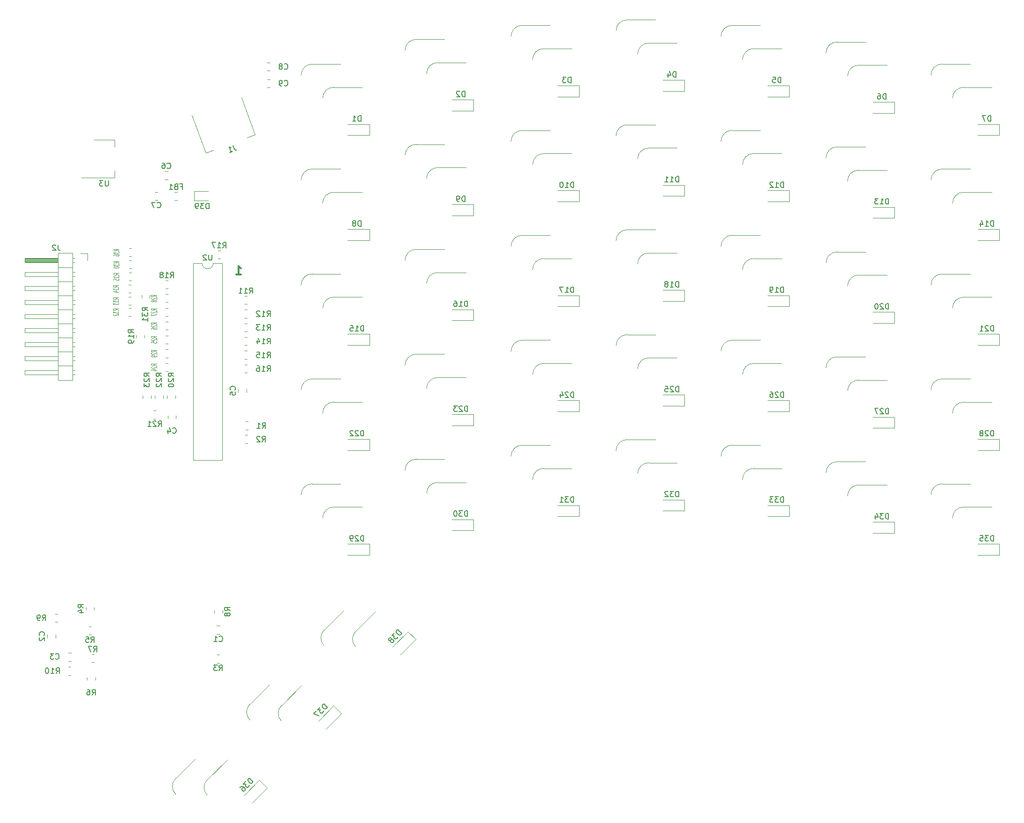
<source format=gbr>
%TF.GenerationSoftware,KiCad,Pcbnew,(6.0.7-1)-1*%
%TF.CreationDate,2022-10-21T15:59:20-04:00*%
%TF.ProjectId,Splitboard-B,53706c69-7462-46f6-9172-642d422e6b69,rev?*%
%TF.SameCoordinates,Original*%
%TF.FileFunction,Legend,Bot*%
%TF.FilePolarity,Positive*%
%FSLAX46Y46*%
G04 Gerber Fmt 4.6, Leading zero omitted, Abs format (unit mm)*
G04 Created by KiCad (PCBNEW (6.0.7-1)-1) date 2022-10-21 15:59:20*
%MOMM*%
%LPD*%
G01*
G04 APERTURE LIST*
%ADD10C,0.300000*%
%ADD11C,0.150000*%
%ADD12C,0.125000*%
%ADD13C,0.120000*%
G04 APERTURE END LIST*
D10*
X87171428Y-76178571D02*
X88028571Y-76178571D01*
X87600000Y-76178571D02*
X87600000Y-74678571D01*
X87742857Y-74892857D01*
X87885714Y-75035714D01*
X88028571Y-75107142D01*
D11*
%TO.C,R12*%
X92742857Y-83785713D02*
X93076190Y-83309523D01*
X93314285Y-83785713D02*
X93314285Y-82785713D01*
X92933333Y-82785713D01*
X92838095Y-82833333D01*
X92790476Y-82880952D01*
X92742857Y-82976190D01*
X92742857Y-83119047D01*
X92790476Y-83214285D01*
X92838095Y-83261904D01*
X92933333Y-83309523D01*
X93314285Y-83309523D01*
X91790476Y-83785713D02*
X92361904Y-83785713D01*
X92076190Y-83785713D02*
X92076190Y-82785713D01*
X92171428Y-82928571D01*
X92266666Y-83023809D01*
X92361904Y-83071428D01*
X91409523Y-82880952D02*
X91361904Y-82833333D01*
X91266666Y-82785713D01*
X91028571Y-82785713D01*
X90933333Y-82833333D01*
X90885714Y-82880952D01*
X90838095Y-82976190D01*
X90838095Y-83071428D01*
X90885714Y-83214285D01*
X91457142Y-83785713D01*
X90838095Y-83785713D01*
%TO.C,R22*%
X73652380Y-94657142D02*
X73176190Y-94323809D01*
X73652380Y-94085714D02*
X72652380Y-94085714D01*
X72652380Y-94466666D01*
X72700000Y-94561904D01*
X72747619Y-94609523D01*
X72842857Y-94657142D01*
X72985714Y-94657142D01*
X73080952Y-94609523D01*
X73128571Y-94561904D01*
X73176190Y-94466666D01*
X73176190Y-94085714D01*
X72747619Y-95038095D02*
X72700000Y-95085714D01*
X72652380Y-95180952D01*
X72652380Y-95419047D01*
X72700000Y-95514285D01*
X72747619Y-95561904D01*
X72842857Y-95609523D01*
X72938095Y-95609523D01*
X73080952Y-95561904D01*
X73652380Y-94990476D01*
X73652380Y-95609523D01*
X72747619Y-95990476D02*
X72700000Y-96038095D01*
X72652380Y-96133333D01*
X72652380Y-96371428D01*
X72700000Y-96466666D01*
X72747619Y-96514285D01*
X72842857Y-96561904D01*
X72938095Y-96561904D01*
X73080952Y-96514285D01*
X73652380Y-95942857D01*
X73652380Y-96561904D01*
%TO.C,C8*%
X95866666Y-38947142D02*
X95914285Y-38994761D01*
X96057142Y-39042380D01*
X96152380Y-39042380D01*
X96295238Y-38994761D01*
X96390476Y-38899523D01*
X96438095Y-38804285D01*
X96485714Y-38613809D01*
X96485714Y-38470952D01*
X96438095Y-38280476D01*
X96390476Y-38185238D01*
X96295238Y-38090000D01*
X96152380Y-38042380D01*
X96057142Y-38042380D01*
X95914285Y-38090000D01*
X95866666Y-38137619D01*
X95295238Y-38470952D02*
X95390476Y-38423333D01*
X95438095Y-38375714D01*
X95485714Y-38280476D01*
X95485714Y-38232857D01*
X95438095Y-38137619D01*
X95390476Y-38090000D01*
X95295238Y-38042380D01*
X95104761Y-38042380D01*
X95009523Y-38090000D01*
X94961904Y-38137619D01*
X94914285Y-38232857D01*
X94914285Y-38280476D01*
X94961904Y-38375714D01*
X95009523Y-38423333D01*
X95104761Y-38470952D01*
X95295238Y-38470952D01*
X95390476Y-38518571D01*
X95438095Y-38566190D01*
X95485714Y-38661428D01*
X95485714Y-38851904D01*
X95438095Y-38947142D01*
X95390476Y-38994761D01*
X95295238Y-39042380D01*
X95104761Y-39042380D01*
X95009523Y-38994761D01*
X94961904Y-38947142D01*
X94914285Y-38851904D01*
X94914285Y-38661428D01*
X94961904Y-38566190D01*
X95009523Y-38518571D01*
X95104761Y-38470952D01*
D12*
%TO.C,R36*%
X65939880Y-71878571D02*
X65463690Y-71711904D01*
X65939880Y-71592857D02*
X64939880Y-71592857D01*
X64939880Y-71783333D01*
X64987500Y-71830952D01*
X65035119Y-71854761D01*
X65130357Y-71878571D01*
X65273214Y-71878571D01*
X65368452Y-71854761D01*
X65416071Y-71830952D01*
X65463690Y-71783333D01*
X65463690Y-71592857D01*
X64939880Y-72045238D02*
X64939880Y-72354761D01*
X65320833Y-72188095D01*
X65320833Y-72259523D01*
X65368452Y-72307142D01*
X65416071Y-72330952D01*
X65511309Y-72354761D01*
X65749404Y-72354761D01*
X65844642Y-72330952D01*
X65892261Y-72307142D01*
X65939880Y-72259523D01*
X65939880Y-72116666D01*
X65892261Y-72069047D01*
X65844642Y-72045238D01*
X64939880Y-72783333D02*
X64939880Y-72688095D01*
X64987500Y-72640476D01*
X65035119Y-72616666D01*
X65177976Y-72569047D01*
X65368452Y-72545238D01*
X65749404Y-72545238D01*
X65844642Y-72569047D01*
X65892261Y-72592857D01*
X65939880Y-72640476D01*
X65939880Y-72735714D01*
X65892261Y-72783333D01*
X65844642Y-72807142D01*
X65749404Y-72830952D01*
X65511309Y-72830952D01*
X65416071Y-72807142D01*
X65368452Y-72783333D01*
X65320833Y-72735714D01*
X65320833Y-72640476D01*
X65368452Y-72592857D01*
X65416071Y-72569047D01*
X65511309Y-72545238D01*
D11*
%TO.C,C6*%
X74666666Y-56927142D02*
X74714285Y-56974761D01*
X74857142Y-57022380D01*
X74952380Y-57022380D01*
X75095238Y-56974761D01*
X75190476Y-56879523D01*
X75238095Y-56784285D01*
X75285714Y-56593809D01*
X75285714Y-56450952D01*
X75238095Y-56260476D01*
X75190476Y-56165238D01*
X75095238Y-56070000D01*
X74952380Y-56022380D01*
X74857142Y-56022380D01*
X74714285Y-56070000D01*
X74666666Y-56117619D01*
X73809523Y-56022380D02*
X74000000Y-56022380D01*
X74095238Y-56070000D01*
X74142857Y-56117619D01*
X74238095Y-56260476D01*
X74285714Y-56450952D01*
X74285714Y-56831904D01*
X74238095Y-56927142D01*
X74190476Y-56974761D01*
X74095238Y-57022380D01*
X73904761Y-57022380D01*
X73809523Y-56974761D01*
X73761904Y-56927142D01*
X73714285Y-56831904D01*
X73714285Y-56593809D01*
X73761904Y-56498571D01*
X73809523Y-56450952D01*
X73904761Y-56403333D01*
X74095238Y-56403333D01*
X74190476Y-56450952D01*
X74238095Y-56498571D01*
X74285714Y-56593809D01*
%TO.C,R6*%
X61066666Y-152352380D02*
X61400000Y-151876190D01*
X61638095Y-152352380D02*
X61638095Y-151352380D01*
X61257142Y-151352380D01*
X61161904Y-151400000D01*
X61114285Y-151447619D01*
X61066666Y-151542857D01*
X61066666Y-151685714D01*
X61114285Y-151780952D01*
X61161904Y-151828571D01*
X61257142Y-151876190D01*
X61638095Y-151876190D01*
X60209523Y-151352380D02*
X60400000Y-151352380D01*
X60495238Y-151400000D01*
X60542857Y-151447619D01*
X60638095Y-151590476D01*
X60685714Y-151780952D01*
X60685714Y-152161904D01*
X60638095Y-152257142D01*
X60590476Y-152304761D01*
X60495238Y-152352380D01*
X60304761Y-152352380D01*
X60209523Y-152304761D01*
X60161904Y-152257142D01*
X60114285Y-152161904D01*
X60114285Y-151923809D01*
X60161904Y-151828571D01*
X60209523Y-151780952D01*
X60304761Y-151733333D01*
X60495238Y-151733333D01*
X60590476Y-151780952D01*
X60638095Y-151828571D01*
X60685714Y-151923809D01*
%TO.C,D22*%
X110214285Y-105452380D02*
X110214285Y-104452380D01*
X109976190Y-104452380D01*
X109833333Y-104500000D01*
X109738095Y-104595238D01*
X109690476Y-104690476D01*
X109642857Y-104880952D01*
X109642857Y-105023809D01*
X109690476Y-105214285D01*
X109738095Y-105309523D01*
X109833333Y-105404761D01*
X109976190Y-105452380D01*
X110214285Y-105452380D01*
X109261904Y-104547619D02*
X109214285Y-104500000D01*
X109119047Y-104452380D01*
X108880952Y-104452380D01*
X108785714Y-104500000D01*
X108738095Y-104547619D01*
X108690476Y-104642857D01*
X108690476Y-104738095D01*
X108738095Y-104880952D01*
X109309523Y-105452380D01*
X108690476Y-105452380D01*
X108309523Y-104547619D02*
X108261904Y-104500000D01*
X108166666Y-104452380D01*
X107928571Y-104452380D01*
X107833333Y-104500000D01*
X107785714Y-104547619D01*
X107738095Y-104642857D01*
X107738095Y-104738095D01*
X107785714Y-104880952D01*
X108357142Y-105452380D01*
X107738095Y-105452380D01*
%TO.C,D19*%
X186214285Y-79452380D02*
X186214285Y-78452380D01*
X185976190Y-78452380D01*
X185833333Y-78500000D01*
X185738095Y-78595238D01*
X185690476Y-78690476D01*
X185642857Y-78880952D01*
X185642857Y-79023809D01*
X185690476Y-79214285D01*
X185738095Y-79309523D01*
X185833333Y-79404761D01*
X185976190Y-79452380D01*
X186214285Y-79452380D01*
X184690476Y-79452380D02*
X185261904Y-79452380D01*
X184976190Y-79452380D02*
X184976190Y-78452380D01*
X185071428Y-78595238D01*
X185166666Y-78690476D01*
X185261904Y-78738095D01*
X184214285Y-79452380D02*
X184023809Y-79452380D01*
X183928571Y-79404761D01*
X183880952Y-79357142D01*
X183785714Y-79214285D01*
X183738095Y-79023809D01*
X183738095Y-78642857D01*
X183785714Y-78547619D01*
X183833333Y-78500000D01*
X183928571Y-78452380D01*
X184119047Y-78452380D01*
X184214285Y-78500000D01*
X184261904Y-78547619D01*
X184309523Y-78642857D01*
X184309523Y-78880952D01*
X184261904Y-78976190D01*
X184214285Y-79023809D01*
X184119047Y-79071428D01*
X183928571Y-79071428D01*
X183833333Y-79023809D01*
X183785714Y-78976190D01*
X183738095Y-78880952D01*
%TO.C,R19*%
X68602380Y-86757142D02*
X68126190Y-86423809D01*
X68602380Y-86185714D02*
X67602380Y-86185714D01*
X67602380Y-86566666D01*
X67650000Y-86661904D01*
X67697619Y-86709523D01*
X67792857Y-86757142D01*
X67935714Y-86757142D01*
X68030952Y-86709523D01*
X68078571Y-86661904D01*
X68126190Y-86566666D01*
X68126190Y-86185714D01*
X68602380Y-87709523D02*
X68602380Y-87138095D01*
X68602380Y-87423809D02*
X67602380Y-87423809D01*
X67745238Y-87328571D01*
X67840476Y-87233333D01*
X67888095Y-87138095D01*
X68602380Y-88185714D02*
X68602380Y-88376190D01*
X68554761Y-88471428D01*
X68507142Y-88519047D01*
X68364285Y-88614285D01*
X68173809Y-88661904D01*
X67792857Y-88661904D01*
X67697619Y-88614285D01*
X67650000Y-88566666D01*
X67602380Y-88471428D01*
X67602380Y-88280952D01*
X67650000Y-88185714D01*
X67697619Y-88138095D01*
X67792857Y-88090476D01*
X68030952Y-88090476D01*
X68126190Y-88138095D01*
X68173809Y-88185714D01*
X68221428Y-88280952D01*
X68221428Y-88471428D01*
X68173809Y-88566666D01*
X68126190Y-88614285D01*
X68030952Y-88661904D01*
%TO.C,D9*%
X128548095Y-62992380D02*
X128548095Y-61992380D01*
X128310000Y-61992380D01*
X128167142Y-62040000D01*
X128071904Y-62135238D01*
X128024285Y-62230476D01*
X127976666Y-62420952D01*
X127976666Y-62563809D01*
X128024285Y-62754285D01*
X128071904Y-62849523D01*
X128167142Y-62944761D01*
X128310000Y-62992380D01*
X128548095Y-62992380D01*
X127500476Y-62992380D02*
X127310000Y-62992380D01*
X127214761Y-62944761D01*
X127167142Y-62897142D01*
X127071904Y-62754285D01*
X127024285Y-62563809D01*
X127024285Y-62182857D01*
X127071904Y-62087619D01*
X127119523Y-62040000D01*
X127214761Y-61992380D01*
X127405238Y-61992380D01*
X127500476Y-62040000D01*
X127548095Y-62087619D01*
X127595714Y-62182857D01*
X127595714Y-62420952D01*
X127548095Y-62516190D01*
X127500476Y-62563809D01*
X127405238Y-62611428D01*
X127214761Y-62611428D01*
X127119523Y-62563809D01*
X127071904Y-62516190D01*
X127024285Y-62420952D01*
%TO.C,R18*%
X75242857Y-76802380D02*
X75576190Y-76326190D01*
X75814285Y-76802380D02*
X75814285Y-75802380D01*
X75433333Y-75802380D01*
X75338095Y-75850000D01*
X75290476Y-75897619D01*
X75242857Y-75992857D01*
X75242857Y-76135714D01*
X75290476Y-76230952D01*
X75338095Y-76278571D01*
X75433333Y-76326190D01*
X75814285Y-76326190D01*
X74290476Y-76802380D02*
X74861904Y-76802380D01*
X74576190Y-76802380D02*
X74576190Y-75802380D01*
X74671428Y-75945238D01*
X74766666Y-76040476D01*
X74861904Y-76088095D01*
X73719047Y-76230952D02*
X73814285Y-76183333D01*
X73861904Y-76135714D01*
X73909523Y-76040476D01*
X73909523Y-75992857D01*
X73861904Y-75897619D01*
X73814285Y-75850000D01*
X73719047Y-75802380D01*
X73528571Y-75802380D01*
X73433333Y-75850000D01*
X73385714Y-75897619D01*
X73338095Y-75992857D01*
X73338095Y-76040476D01*
X73385714Y-76135714D01*
X73433333Y-76183333D01*
X73528571Y-76230952D01*
X73719047Y-76230952D01*
X73814285Y-76278571D01*
X73861904Y-76326190D01*
X73909523Y-76421428D01*
X73909523Y-76611904D01*
X73861904Y-76707142D01*
X73814285Y-76754761D01*
X73719047Y-76802380D01*
X73528571Y-76802380D01*
X73433333Y-76754761D01*
X73385714Y-76707142D01*
X73338095Y-76611904D01*
X73338095Y-76421428D01*
X73385714Y-76326190D01*
X73433333Y-76278571D01*
X73528571Y-76230952D01*
%TO.C,D13*%
X205214285Y-63452380D02*
X205214285Y-62452380D01*
X204976190Y-62452380D01*
X204833333Y-62500000D01*
X204738095Y-62595238D01*
X204690476Y-62690476D01*
X204642857Y-62880952D01*
X204642857Y-63023809D01*
X204690476Y-63214285D01*
X204738095Y-63309523D01*
X204833333Y-63404761D01*
X204976190Y-63452380D01*
X205214285Y-63452380D01*
X203690476Y-63452380D02*
X204261904Y-63452380D01*
X203976190Y-63452380D02*
X203976190Y-62452380D01*
X204071428Y-62595238D01*
X204166666Y-62690476D01*
X204261904Y-62738095D01*
X203357142Y-62452380D02*
X202738095Y-62452380D01*
X203071428Y-62833333D01*
X202928571Y-62833333D01*
X202833333Y-62880952D01*
X202785714Y-62928571D01*
X202738095Y-63023809D01*
X202738095Y-63261904D01*
X202785714Y-63357142D01*
X202833333Y-63404761D01*
X202928571Y-63452380D01*
X203214285Y-63452380D01*
X203309523Y-63404761D01*
X203357142Y-63357142D01*
%TO.C,D10*%
X148214285Y-60452380D02*
X148214285Y-59452380D01*
X147976190Y-59452380D01*
X147833333Y-59500000D01*
X147738095Y-59595238D01*
X147690476Y-59690476D01*
X147642857Y-59880952D01*
X147642857Y-60023809D01*
X147690476Y-60214285D01*
X147738095Y-60309523D01*
X147833333Y-60404761D01*
X147976190Y-60452380D01*
X148214285Y-60452380D01*
X146690476Y-60452380D02*
X147261904Y-60452380D01*
X146976190Y-60452380D02*
X146976190Y-59452380D01*
X147071428Y-59595238D01*
X147166666Y-59690476D01*
X147261904Y-59738095D01*
X146071428Y-59452380D02*
X145976190Y-59452380D01*
X145880952Y-59500000D01*
X145833333Y-59547619D01*
X145785714Y-59642857D01*
X145738095Y-59833333D01*
X145738095Y-60071428D01*
X145785714Y-60261904D01*
X145833333Y-60357142D01*
X145880952Y-60404761D01*
X145976190Y-60452380D01*
X146071428Y-60452380D01*
X146166666Y-60404761D01*
X146214285Y-60357142D01*
X146261904Y-60261904D01*
X146309523Y-60071428D01*
X146309523Y-59833333D01*
X146261904Y-59642857D01*
X146214285Y-59547619D01*
X146166666Y-59500000D01*
X146071428Y-59452380D01*
%TO.C,D12*%
X186214285Y-60452380D02*
X186214285Y-59452380D01*
X185976190Y-59452380D01*
X185833333Y-59500000D01*
X185738095Y-59595238D01*
X185690476Y-59690476D01*
X185642857Y-59880952D01*
X185642857Y-60023809D01*
X185690476Y-60214285D01*
X185738095Y-60309523D01*
X185833333Y-60404761D01*
X185976190Y-60452380D01*
X186214285Y-60452380D01*
X184690476Y-60452380D02*
X185261904Y-60452380D01*
X184976190Y-60452380D02*
X184976190Y-59452380D01*
X185071428Y-59595238D01*
X185166666Y-59690476D01*
X185261904Y-59738095D01*
X184309523Y-59547619D02*
X184261904Y-59500000D01*
X184166666Y-59452380D01*
X183928571Y-59452380D01*
X183833333Y-59500000D01*
X183785714Y-59547619D01*
X183738095Y-59642857D01*
X183738095Y-59738095D01*
X183785714Y-59880952D01*
X184357142Y-60452380D01*
X183738095Y-60452380D01*
%TO.C,R7*%
X61366666Y-144502380D02*
X61700000Y-144026190D01*
X61938095Y-144502380D02*
X61938095Y-143502380D01*
X61557142Y-143502380D01*
X61461904Y-143550000D01*
X61414285Y-143597619D01*
X61366666Y-143692857D01*
X61366666Y-143835714D01*
X61414285Y-143930952D01*
X61461904Y-143978571D01*
X61557142Y-144026190D01*
X61938095Y-144026190D01*
X61033333Y-143502380D02*
X60366666Y-143502380D01*
X60795238Y-144502380D01*
%TO.C,D16*%
X129024285Y-81992380D02*
X129024285Y-80992380D01*
X128786190Y-80992380D01*
X128643333Y-81040000D01*
X128548095Y-81135238D01*
X128500476Y-81230476D01*
X128452857Y-81420952D01*
X128452857Y-81563809D01*
X128500476Y-81754285D01*
X128548095Y-81849523D01*
X128643333Y-81944761D01*
X128786190Y-81992380D01*
X129024285Y-81992380D01*
X127500476Y-81992380D02*
X128071904Y-81992380D01*
X127786190Y-81992380D02*
X127786190Y-80992380D01*
X127881428Y-81135238D01*
X127976666Y-81230476D01*
X128071904Y-81278095D01*
X126643333Y-80992380D02*
X126833809Y-80992380D01*
X126929047Y-81040000D01*
X126976666Y-81087619D01*
X127071904Y-81230476D01*
X127119523Y-81420952D01*
X127119523Y-81801904D01*
X127071904Y-81897142D01*
X127024285Y-81944761D01*
X126929047Y-81992380D01*
X126738571Y-81992380D01*
X126643333Y-81944761D01*
X126595714Y-81897142D01*
X126548095Y-81801904D01*
X126548095Y-81563809D01*
X126595714Y-81468571D01*
X126643333Y-81420952D01*
X126738571Y-81373333D01*
X126929047Y-81373333D01*
X127024285Y-81420952D01*
X127071904Y-81468571D01*
X127119523Y-81563809D01*
%TO.C,R17*%
X84730357Y-71402380D02*
X85063690Y-70926190D01*
X85301785Y-71402380D02*
X85301785Y-70402380D01*
X84920833Y-70402380D01*
X84825595Y-70450000D01*
X84777976Y-70497619D01*
X84730357Y-70592857D01*
X84730357Y-70735714D01*
X84777976Y-70830952D01*
X84825595Y-70878571D01*
X84920833Y-70926190D01*
X85301785Y-70926190D01*
X83777976Y-71402380D02*
X84349404Y-71402380D01*
X84063690Y-71402380D02*
X84063690Y-70402380D01*
X84158928Y-70545238D01*
X84254166Y-70640476D01*
X84349404Y-70688095D01*
X83444642Y-70402380D02*
X82777976Y-70402380D01*
X83206547Y-71402380D01*
%TO.C,R13*%
X92742857Y-86274602D02*
X93076190Y-85798412D01*
X93314285Y-86274602D02*
X93314285Y-85274602D01*
X92933333Y-85274602D01*
X92838095Y-85322222D01*
X92790476Y-85369841D01*
X92742857Y-85465079D01*
X92742857Y-85607936D01*
X92790476Y-85703174D01*
X92838095Y-85750793D01*
X92933333Y-85798412D01*
X93314285Y-85798412D01*
X91790476Y-86274602D02*
X92361904Y-86274602D01*
X92076190Y-86274602D02*
X92076190Y-85274602D01*
X92171428Y-85417460D01*
X92266666Y-85512698D01*
X92361904Y-85560317D01*
X91457142Y-85274602D02*
X90838095Y-85274602D01*
X91171428Y-85655555D01*
X91028571Y-85655555D01*
X90933333Y-85703174D01*
X90885714Y-85750793D01*
X90838095Y-85846031D01*
X90838095Y-86084126D01*
X90885714Y-86179364D01*
X90933333Y-86226983D01*
X91028571Y-86274602D01*
X91314285Y-86274602D01*
X91409523Y-86226983D01*
X91457142Y-86179364D01*
D12*
%TO.C,R32*%
X65852380Y-82678571D02*
X65376190Y-82511904D01*
X65852380Y-82392857D02*
X64852380Y-82392857D01*
X64852380Y-82583333D01*
X64900000Y-82630952D01*
X64947619Y-82654761D01*
X65042857Y-82678571D01*
X65185714Y-82678571D01*
X65280952Y-82654761D01*
X65328571Y-82630952D01*
X65376190Y-82583333D01*
X65376190Y-82392857D01*
X64852380Y-82845238D02*
X64852380Y-83154761D01*
X65233333Y-82988095D01*
X65233333Y-83059523D01*
X65280952Y-83107142D01*
X65328571Y-83130952D01*
X65423809Y-83154761D01*
X65661904Y-83154761D01*
X65757142Y-83130952D01*
X65804761Y-83107142D01*
X65852380Y-83059523D01*
X65852380Y-82916666D01*
X65804761Y-82869047D01*
X65757142Y-82845238D01*
X64947619Y-83345238D02*
X64900000Y-83369047D01*
X64852380Y-83416666D01*
X64852380Y-83535714D01*
X64900000Y-83583333D01*
X64947619Y-83607142D01*
X65042857Y-83630952D01*
X65138095Y-83630952D01*
X65280952Y-83607142D01*
X65852380Y-83321428D01*
X65852380Y-83630952D01*
%TO.C,R26*%
X72752380Y-85178571D02*
X72276190Y-85011904D01*
X72752380Y-84892857D02*
X71752380Y-84892857D01*
X71752380Y-85083333D01*
X71800000Y-85130952D01*
X71847619Y-85154761D01*
X71942857Y-85178571D01*
X72085714Y-85178571D01*
X72180952Y-85154761D01*
X72228571Y-85130952D01*
X72276190Y-85083333D01*
X72276190Y-84892857D01*
X71847619Y-85369047D02*
X71800000Y-85392857D01*
X71752380Y-85440476D01*
X71752380Y-85559523D01*
X71800000Y-85607142D01*
X71847619Y-85630952D01*
X71942857Y-85654761D01*
X72038095Y-85654761D01*
X72180952Y-85630952D01*
X72752380Y-85345238D01*
X72752380Y-85654761D01*
X71752380Y-86083333D02*
X71752380Y-85988095D01*
X71800000Y-85940476D01*
X71847619Y-85916666D01*
X71990476Y-85869047D01*
X72180952Y-85845238D01*
X72561904Y-85845238D01*
X72657142Y-85869047D01*
X72704761Y-85892857D01*
X72752380Y-85940476D01*
X72752380Y-86035714D01*
X72704761Y-86083333D01*
X72657142Y-86107142D01*
X72561904Y-86130952D01*
X72323809Y-86130952D01*
X72228571Y-86107142D01*
X72180952Y-86083333D01*
X72133333Y-86035714D01*
X72133333Y-85940476D01*
X72180952Y-85892857D01*
X72228571Y-85869047D01*
X72323809Y-85845238D01*
D11*
%TO.C,D11*%
X167214285Y-59452380D02*
X167214285Y-58452380D01*
X166976190Y-58452380D01*
X166833333Y-58500000D01*
X166738095Y-58595238D01*
X166690476Y-58690476D01*
X166642857Y-58880952D01*
X166642857Y-59023809D01*
X166690476Y-59214285D01*
X166738095Y-59309523D01*
X166833333Y-59404761D01*
X166976190Y-59452380D01*
X167214285Y-59452380D01*
X165690476Y-59452380D02*
X166261904Y-59452380D01*
X165976190Y-59452380D02*
X165976190Y-58452380D01*
X166071428Y-58595238D01*
X166166666Y-58690476D01*
X166261904Y-58738095D01*
X164738095Y-59452380D02*
X165309523Y-59452380D01*
X165023809Y-59452380D02*
X165023809Y-58452380D01*
X165119047Y-58595238D01*
X165214285Y-58690476D01*
X165309523Y-58738095D01*
%TO.C,R23*%
X71452380Y-94657142D02*
X70976190Y-94323809D01*
X71452380Y-94085714D02*
X70452380Y-94085714D01*
X70452380Y-94466666D01*
X70500000Y-94561904D01*
X70547619Y-94609523D01*
X70642857Y-94657142D01*
X70785714Y-94657142D01*
X70880952Y-94609523D01*
X70928571Y-94561904D01*
X70976190Y-94466666D01*
X70976190Y-94085714D01*
X70547619Y-95038095D02*
X70500000Y-95085714D01*
X70452380Y-95180952D01*
X70452380Y-95419047D01*
X70500000Y-95514285D01*
X70547619Y-95561904D01*
X70642857Y-95609523D01*
X70738095Y-95609523D01*
X70880952Y-95561904D01*
X71452380Y-94990476D01*
X71452380Y-95609523D01*
X70452380Y-95942857D02*
X70452380Y-96561904D01*
X70833333Y-96228571D01*
X70833333Y-96371428D01*
X70880952Y-96466666D01*
X70928571Y-96514285D01*
X71023809Y-96561904D01*
X71261904Y-96561904D01*
X71357142Y-96514285D01*
X71404761Y-96466666D01*
X71452380Y-96371428D01*
X71452380Y-96085714D01*
X71404761Y-95990476D01*
X71357142Y-95942857D01*
D12*
%TO.C,R30*%
X65939880Y-74078571D02*
X65463690Y-73911904D01*
X65939880Y-73792857D02*
X64939880Y-73792857D01*
X64939880Y-73983333D01*
X64987500Y-74030952D01*
X65035119Y-74054761D01*
X65130357Y-74078571D01*
X65273214Y-74078571D01*
X65368452Y-74054761D01*
X65416071Y-74030952D01*
X65463690Y-73983333D01*
X65463690Y-73792857D01*
X64939880Y-74245238D02*
X64939880Y-74554761D01*
X65320833Y-74388095D01*
X65320833Y-74459523D01*
X65368452Y-74507142D01*
X65416071Y-74530952D01*
X65511309Y-74554761D01*
X65749404Y-74554761D01*
X65844642Y-74530952D01*
X65892261Y-74507142D01*
X65939880Y-74459523D01*
X65939880Y-74316666D01*
X65892261Y-74269047D01*
X65844642Y-74245238D01*
X64939880Y-74864285D02*
X64939880Y-74911904D01*
X64987500Y-74959523D01*
X65035119Y-74983333D01*
X65130357Y-75007142D01*
X65320833Y-75030952D01*
X65558928Y-75030952D01*
X65749404Y-75007142D01*
X65844642Y-74983333D01*
X65892261Y-74959523D01*
X65939880Y-74911904D01*
X65939880Y-74864285D01*
X65892261Y-74816666D01*
X65844642Y-74792857D01*
X65749404Y-74769047D01*
X65558928Y-74745238D01*
X65320833Y-74745238D01*
X65130357Y-74769047D01*
X65035119Y-74792857D01*
X64987500Y-74816666D01*
X64939880Y-74864285D01*
D11*
%TO.C,C3*%
X54466666Y-145757142D02*
X54514285Y-145804761D01*
X54657142Y-145852380D01*
X54752380Y-145852380D01*
X54895238Y-145804761D01*
X54990476Y-145709523D01*
X55038095Y-145614285D01*
X55085714Y-145423809D01*
X55085714Y-145280952D01*
X55038095Y-145090476D01*
X54990476Y-144995238D01*
X54895238Y-144900000D01*
X54752380Y-144852380D01*
X54657142Y-144852380D01*
X54514285Y-144900000D01*
X54466666Y-144947619D01*
X54133333Y-144852380D02*
X53514285Y-144852380D01*
X53847619Y-145233333D01*
X53704761Y-145233333D01*
X53609523Y-145280952D01*
X53561904Y-145328571D01*
X53514285Y-145423809D01*
X53514285Y-145661904D01*
X53561904Y-145757142D01*
X53609523Y-145804761D01*
X53704761Y-145852380D01*
X53990476Y-145852380D01*
X54085714Y-145804761D01*
X54133333Y-145757142D01*
%TO.C,D2*%
X128548095Y-43992380D02*
X128548095Y-42992380D01*
X128310000Y-42992380D01*
X128167142Y-43040000D01*
X128071904Y-43135238D01*
X128024285Y-43230476D01*
X127976666Y-43420952D01*
X127976666Y-43563809D01*
X128024285Y-43754285D01*
X128071904Y-43849523D01*
X128167142Y-43944761D01*
X128310000Y-43992380D01*
X128548095Y-43992380D01*
X127595714Y-43087619D02*
X127548095Y-43040000D01*
X127452857Y-42992380D01*
X127214761Y-42992380D01*
X127119523Y-43040000D01*
X127071904Y-43087619D01*
X127024285Y-43182857D01*
X127024285Y-43278095D01*
X127071904Y-43420952D01*
X127643333Y-43992380D01*
X127024285Y-43992380D01*
%TO.C,D14*%
X224214285Y-67452380D02*
X224214285Y-66452380D01*
X223976190Y-66452380D01*
X223833333Y-66500000D01*
X223738095Y-66595238D01*
X223690476Y-66690476D01*
X223642857Y-66880952D01*
X223642857Y-67023809D01*
X223690476Y-67214285D01*
X223738095Y-67309523D01*
X223833333Y-67404761D01*
X223976190Y-67452380D01*
X224214285Y-67452380D01*
X222690476Y-67452380D02*
X223261904Y-67452380D01*
X222976190Y-67452380D02*
X222976190Y-66452380D01*
X223071428Y-66595238D01*
X223166666Y-66690476D01*
X223261904Y-66738095D01*
X221833333Y-66785714D02*
X221833333Y-67452380D01*
X222071428Y-66404761D02*
X222309523Y-67119047D01*
X221690476Y-67119047D01*
%TO.C,R15*%
X92742857Y-91252380D02*
X93076190Y-90776190D01*
X93314285Y-91252380D02*
X93314285Y-90252380D01*
X92933333Y-90252380D01*
X92838095Y-90300000D01*
X92790476Y-90347619D01*
X92742857Y-90442857D01*
X92742857Y-90585714D01*
X92790476Y-90680952D01*
X92838095Y-90728571D01*
X92933333Y-90776190D01*
X93314285Y-90776190D01*
X91790476Y-91252380D02*
X92361904Y-91252380D01*
X92076190Y-91252380D02*
X92076190Y-90252380D01*
X92171428Y-90395238D01*
X92266666Y-90490476D01*
X92361904Y-90538095D01*
X90885714Y-90252380D02*
X91361904Y-90252380D01*
X91409523Y-90728571D01*
X91361904Y-90680952D01*
X91266666Y-90633333D01*
X91028571Y-90633333D01*
X90933333Y-90680952D01*
X90885714Y-90728571D01*
X90838095Y-90823809D01*
X90838095Y-91061904D01*
X90885714Y-91157142D01*
X90933333Y-91204761D01*
X91028571Y-91252380D01*
X91266666Y-91252380D01*
X91361904Y-91204761D01*
X91409523Y-91157142D01*
%TO.C,D17*%
X148214285Y-79452380D02*
X148214285Y-78452380D01*
X147976190Y-78452380D01*
X147833333Y-78500000D01*
X147738095Y-78595238D01*
X147690476Y-78690476D01*
X147642857Y-78880952D01*
X147642857Y-79023809D01*
X147690476Y-79214285D01*
X147738095Y-79309523D01*
X147833333Y-79404761D01*
X147976190Y-79452380D01*
X148214285Y-79452380D01*
X146690476Y-79452380D02*
X147261904Y-79452380D01*
X146976190Y-79452380D02*
X146976190Y-78452380D01*
X147071428Y-78595238D01*
X147166666Y-78690476D01*
X147261904Y-78738095D01*
X146357142Y-78452380D02*
X145690476Y-78452380D01*
X146119047Y-79452380D01*
%TO.C,D23*%
X129024285Y-100992380D02*
X129024285Y-99992380D01*
X128786190Y-99992380D01*
X128643333Y-100040000D01*
X128548095Y-100135238D01*
X128500476Y-100230476D01*
X128452857Y-100420952D01*
X128452857Y-100563809D01*
X128500476Y-100754285D01*
X128548095Y-100849523D01*
X128643333Y-100944761D01*
X128786190Y-100992380D01*
X129024285Y-100992380D01*
X128071904Y-100087619D02*
X128024285Y-100040000D01*
X127929047Y-99992380D01*
X127690952Y-99992380D01*
X127595714Y-100040000D01*
X127548095Y-100087619D01*
X127500476Y-100182857D01*
X127500476Y-100278095D01*
X127548095Y-100420952D01*
X128119523Y-100992380D01*
X127500476Y-100992380D01*
X127167142Y-99992380D02*
X126548095Y-99992380D01*
X126881428Y-100373333D01*
X126738571Y-100373333D01*
X126643333Y-100420952D01*
X126595714Y-100468571D01*
X126548095Y-100563809D01*
X126548095Y-100801904D01*
X126595714Y-100897142D01*
X126643333Y-100944761D01*
X126738571Y-100992380D01*
X127024285Y-100992380D01*
X127119523Y-100944761D01*
X127167142Y-100897142D01*
%TO.C,C9*%
X95866666Y-41957142D02*
X95914285Y-42004761D01*
X96057142Y-42052380D01*
X96152380Y-42052380D01*
X96295238Y-42004761D01*
X96390476Y-41909523D01*
X96438095Y-41814285D01*
X96485714Y-41623809D01*
X96485714Y-41480952D01*
X96438095Y-41290476D01*
X96390476Y-41195238D01*
X96295238Y-41100000D01*
X96152380Y-41052380D01*
X96057142Y-41052380D01*
X95914285Y-41100000D01*
X95866666Y-41147619D01*
X95390476Y-42052380D02*
X95200000Y-42052380D01*
X95104761Y-42004761D01*
X95057142Y-41957142D01*
X94961904Y-41814285D01*
X94914285Y-41623809D01*
X94914285Y-41242857D01*
X94961904Y-41147619D01*
X95009523Y-41100000D01*
X95104761Y-41052380D01*
X95295238Y-41052380D01*
X95390476Y-41100000D01*
X95438095Y-41147619D01*
X95485714Y-41242857D01*
X95485714Y-41480952D01*
X95438095Y-41576190D01*
X95390476Y-41623809D01*
X95295238Y-41671428D01*
X95104761Y-41671428D01*
X95009523Y-41623809D01*
X94961904Y-41576190D01*
X94914285Y-41480952D01*
%TO.C,C2*%
X52377142Y-141533333D02*
X52424761Y-141485714D01*
X52472380Y-141342857D01*
X52472380Y-141247619D01*
X52424761Y-141104761D01*
X52329523Y-141009523D01*
X52234285Y-140961904D01*
X52043809Y-140914285D01*
X51900952Y-140914285D01*
X51710476Y-140961904D01*
X51615238Y-141009523D01*
X51520000Y-141104761D01*
X51472380Y-141247619D01*
X51472380Y-141342857D01*
X51520000Y-141485714D01*
X51567619Y-141533333D01*
X51567619Y-141914285D02*
X51520000Y-141961904D01*
X51472380Y-142057142D01*
X51472380Y-142295238D01*
X51520000Y-142390476D01*
X51567619Y-142438095D01*
X51662857Y-142485714D01*
X51758095Y-142485714D01*
X51900952Y-142438095D01*
X52472380Y-141866666D01*
X52472380Y-142485714D01*
%TO.C,D3*%
X147738095Y-41452380D02*
X147738095Y-40452380D01*
X147500000Y-40452380D01*
X147357142Y-40500000D01*
X147261904Y-40595238D01*
X147214285Y-40690476D01*
X147166666Y-40880952D01*
X147166666Y-41023809D01*
X147214285Y-41214285D01*
X147261904Y-41309523D01*
X147357142Y-41404761D01*
X147500000Y-41452380D01*
X147738095Y-41452380D01*
X146833333Y-40452380D02*
X146214285Y-40452380D01*
X146547619Y-40833333D01*
X146404761Y-40833333D01*
X146309523Y-40880952D01*
X146261904Y-40928571D01*
X146214285Y-41023809D01*
X146214285Y-41261904D01*
X146261904Y-41357142D01*
X146309523Y-41404761D01*
X146404761Y-41452380D01*
X146690476Y-41452380D01*
X146785714Y-41404761D01*
X146833333Y-41357142D01*
%TO.C,D34*%
X205214285Y-120452380D02*
X205214285Y-119452380D01*
X204976190Y-119452380D01*
X204833333Y-119500000D01*
X204738095Y-119595238D01*
X204690476Y-119690476D01*
X204642857Y-119880952D01*
X204642857Y-120023809D01*
X204690476Y-120214285D01*
X204738095Y-120309523D01*
X204833333Y-120404761D01*
X204976190Y-120452380D01*
X205214285Y-120452380D01*
X204309523Y-119452380D02*
X203690476Y-119452380D01*
X204023809Y-119833333D01*
X203880952Y-119833333D01*
X203785714Y-119880952D01*
X203738095Y-119928571D01*
X203690476Y-120023809D01*
X203690476Y-120261904D01*
X203738095Y-120357142D01*
X203785714Y-120404761D01*
X203880952Y-120452380D01*
X204166666Y-120452380D01*
X204261904Y-120404761D01*
X204309523Y-120357142D01*
X202833333Y-119785714D02*
X202833333Y-120452380D01*
X203071428Y-119404761D02*
X203309523Y-120119047D01*
X202690476Y-120119047D01*
%TO.C,R10*%
X54542857Y-148452380D02*
X54876190Y-147976190D01*
X55114285Y-148452380D02*
X55114285Y-147452380D01*
X54733333Y-147452380D01*
X54638095Y-147500000D01*
X54590476Y-147547619D01*
X54542857Y-147642857D01*
X54542857Y-147785714D01*
X54590476Y-147880952D01*
X54638095Y-147928571D01*
X54733333Y-147976190D01*
X55114285Y-147976190D01*
X53590476Y-148452380D02*
X54161904Y-148452380D01*
X53876190Y-148452380D02*
X53876190Y-147452380D01*
X53971428Y-147595238D01*
X54066666Y-147690476D01*
X54161904Y-147738095D01*
X52971428Y-147452380D02*
X52876190Y-147452380D01*
X52780952Y-147500000D01*
X52733333Y-147547619D01*
X52685714Y-147642857D01*
X52638095Y-147833333D01*
X52638095Y-148071428D01*
X52685714Y-148261904D01*
X52733333Y-148357142D01*
X52780952Y-148404761D01*
X52876190Y-148452380D01*
X52971428Y-148452380D01*
X53066666Y-148404761D01*
X53114285Y-148357142D01*
X53161904Y-148261904D01*
X53209523Y-148071428D01*
X53209523Y-147833333D01*
X53161904Y-147642857D01*
X53114285Y-147547619D01*
X53066666Y-147500000D01*
X52971428Y-147452380D01*
D12*
%TO.C,R33*%
X65852380Y-80678571D02*
X65376190Y-80511904D01*
X65852380Y-80392857D02*
X64852380Y-80392857D01*
X64852380Y-80583333D01*
X64900000Y-80630952D01*
X64947619Y-80654761D01*
X65042857Y-80678571D01*
X65185714Y-80678571D01*
X65280952Y-80654761D01*
X65328571Y-80630952D01*
X65376190Y-80583333D01*
X65376190Y-80392857D01*
X64852380Y-80845238D02*
X64852380Y-81154761D01*
X65233333Y-80988095D01*
X65233333Y-81059523D01*
X65280952Y-81107142D01*
X65328571Y-81130952D01*
X65423809Y-81154761D01*
X65661904Y-81154761D01*
X65757142Y-81130952D01*
X65804761Y-81107142D01*
X65852380Y-81059523D01*
X65852380Y-80916666D01*
X65804761Y-80869047D01*
X65757142Y-80845238D01*
X64852380Y-81321428D02*
X64852380Y-81630952D01*
X65233333Y-81464285D01*
X65233333Y-81535714D01*
X65280952Y-81583333D01*
X65328571Y-81607142D01*
X65423809Y-81630952D01*
X65661904Y-81630952D01*
X65757142Y-81607142D01*
X65804761Y-81583333D01*
X65852380Y-81535714D01*
X65852380Y-81392857D01*
X65804761Y-81345238D01*
X65757142Y-81321428D01*
D11*
%TO.C,C5*%
X86927142Y-97083333D02*
X86974761Y-97035714D01*
X87022380Y-96892857D01*
X87022380Y-96797619D01*
X86974761Y-96654761D01*
X86879523Y-96559523D01*
X86784285Y-96511904D01*
X86593809Y-96464285D01*
X86450952Y-96464285D01*
X86260476Y-96511904D01*
X86165238Y-96559523D01*
X86070000Y-96654761D01*
X86022380Y-96797619D01*
X86022380Y-96892857D01*
X86070000Y-97035714D01*
X86117619Y-97083333D01*
X86022380Y-97988095D02*
X86022380Y-97511904D01*
X86498571Y-97464285D01*
X86450952Y-97511904D01*
X86403333Y-97607142D01*
X86403333Y-97845238D01*
X86450952Y-97940476D01*
X86498571Y-97988095D01*
X86593809Y-98035714D01*
X86831904Y-98035714D01*
X86927142Y-97988095D01*
X86974761Y-97940476D01*
X87022380Y-97845238D01*
X87022380Y-97607142D01*
X86974761Y-97511904D01*
X86927142Y-97464285D01*
%TO.C,D30*%
X129024285Y-119992380D02*
X129024285Y-118992380D01*
X128786190Y-118992380D01*
X128643333Y-119040000D01*
X128548095Y-119135238D01*
X128500476Y-119230476D01*
X128452857Y-119420952D01*
X128452857Y-119563809D01*
X128500476Y-119754285D01*
X128548095Y-119849523D01*
X128643333Y-119944761D01*
X128786190Y-119992380D01*
X129024285Y-119992380D01*
X128119523Y-118992380D02*
X127500476Y-118992380D01*
X127833809Y-119373333D01*
X127690952Y-119373333D01*
X127595714Y-119420952D01*
X127548095Y-119468571D01*
X127500476Y-119563809D01*
X127500476Y-119801904D01*
X127548095Y-119897142D01*
X127595714Y-119944761D01*
X127690952Y-119992380D01*
X127976666Y-119992380D01*
X128071904Y-119944761D01*
X128119523Y-119897142D01*
X126881428Y-118992380D02*
X126786190Y-118992380D01*
X126690952Y-119040000D01*
X126643333Y-119087619D01*
X126595714Y-119182857D01*
X126548095Y-119373333D01*
X126548095Y-119611428D01*
X126595714Y-119801904D01*
X126643333Y-119897142D01*
X126690952Y-119944761D01*
X126786190Y-119992380D01*
X126881428Y-119992380D01*
X126976666Y-119944761D01*
X127024285Y-119897142D01*
X127071904Y-119801904D01*
X127119523Y-119611428D01*
X127119523Y-119373333D01*
X127071904Y-119182857D01*
X127024285Y-119087619D01*
X126976666Y-119040000D01*
X126881428Y-118992380D01*
%TO.C,D25*%
X167214285Y-97452380D02*
X167214285Y-96452380D01*
X166976190Y-96452380D01*
X166833333Y-96500000D01*
X166738095Y-96595238D01*
X166690476Y-96690476D01*
X166642857Y-96880952D01*
X166642857Y-97023809D01*
X166690476Y-97214285D01*
X166738095Y-97309523D01*
X166833333Y-97404761D01*
X166976190Y-97452380D01*
X167214285Y-97452380D01*
X166261904Y-96547619D02*
X166214285Y-96500000D01*
X166119047Y-96452380D01*
X165880952Y-96452380D01*
X165785714Y-96500000D01*
X165738095Y-96547619D01*
X165690476Y-96642857D01*
X165690476Y-96738095D01*
X165738095Y-96880952D01*
X166309523Y-97452380D01*
X165690476Y-97452380D01*
X164785714Y-96452380D02*
X165261904Y-96452380D01*
X165309523Y-96928571D01*
X165261904Y-96880952D01*
X165166666Y-96833333D01*
X164928571Y-96833333D01*
X164833333Y-96880952D01*
X164785714Y-96928571D01*
X164738095Y-97023809D01*
X164738095Y-97261904D01*
X164785714Y-97357142D01*
X164833333Y-97404761D01*
X164928571Y-97452380D01*
X165166666Y-97452380D01*
X165261904Y-97404761D01*
X165309523Y-97357142D01*
%TO.C,D36*%
X90227513Y-168083820D02*
X89520406Y-167376714D01*
X89352047Y-167545072D01*
X89284704Y-167679759D01*
X89284704Y-167814446D01*
X89318376Y-167915462D01*
X89419391Y-168083820D01*
X89520406Y-168184836D01*
X89688765Y-168285851D01*
X89789780Y-168319523D01*
X89924467Y-168319523D01*
X90059154Y-168252179D01*
X90227513Y-168083820D01*
X88880643Y-168016477D02*
X88442910Y-168454210D01*
X88947986Y-168487881D01*
X88846971Y-168588897D01*
X88813299Y-168689912D01*
X88813299Y-168757256D01*
X88846971Y-168858271D01*
X89015330Y-169026630D01*
X89116345Y-169060301D01*
X89183689Y-169060301D01*
X89284704Y-169026630D01*
X89486734Y-168824599D01*
X89520406Y-168723584D01*
X89520406Y-168656240D01*
X87836818Y-169060301D02*
X87971505Y-168925614D01*
X88072521Y-168891943D01*
X88139864Y-168891943D01*
X88308223Y-168925614D01*
X88476582Y-169026630D01*
X88745956Y-169296004D01*
X88779627Y-169397019D01*
X88779627Y-169464362D01*
X88745956Y-169565378D01*
X88611269Y-169700065D01*
X88510253Y-169733736D01*
X88442910Y-169733736D01*
X88341895Y-169700065D01*
X88173536Y-169531706D01*
X88139864Y-169430691D01*
X88139864Y-169363347D01*
X88173536Y-169262332D01*
X88308223Y-169127645D01*
X88409238Y-169093973D01*
X88476582Y-169093973D01*
X88577597Y-169127645D01*
%TO.C,D35*%
X224214285Y-124452380D02*
X224214285Y-123452380D01*
X223976190Y-123452380D01*
X223833333Y-123500000D01*
X223738095Y-123595238D01*
X223690476Y-123690476D01*
X223642857Y-123880952D01*
X223642857Y-124023809D01*
X223690476Y-124214285D01*
X223738095Y-124309523D01*
X223833333Y-124404761D01*
X223976190Y-124452380D01*
X224214285Y-124452380D01*
X223309523Y-123452380D02*
X222690476Y-123452380D01*
X223023809Y-123833333D01*
X222880952Y-123833333D01*
X222785714Y-123880952D01*
X222738095Y-123928571D01*
X222690476Y-124023809D01*
X222690476Y-124261904D01*
X222738095Y-124357142D01*
X222785714Y-124404761D01*
X222880952Y-124452380D01*
X223166666Y-124452380D01*
X223261904Y-124404761D01*
X223309523Y-124357142D01*
X221785714Y-123452380D02*
X222261904Y-123452380D01*
X222309523Y-123928571D01*
X222261904Y-123880952D01*
X222166666Y-123833333D01*
X221928571Y-123833333D01*
X221833333Y-123880952D01*
X221785714Y-123928571D01*
X221738095Y-124023809D01*
X221738095Y-124261904D01*
X221785714Y-124357142D01*
X221833333Y-124404761D01*
X221928571Y-124452380D01*
X222166666Y-124452380D01*
X222261904Y-124404761D01*
X222309523Y-124357142D01*
%TO.C,D39*%
X82214285Y-64302380D02*
X82214285Y-63302380D01*
X81976190Y-63302380D01*
X81833333Y-63350000D01*
X81738095Y-63445238D01*
X81690476Y-63540476D01*
X81642857Y-63730952D01*
X81642857Y-63873809D01*
X81690476Y-64064285D01*
X81738095Y-64159523D01*
X81833333Y-64254761D01*
X81976190Y-64302380D01*
X82214285Y-64302380D01*
X81309523Y-63302380D02*
X80690476Y-63302380D01*
X81023809Y-63683333D01*
X80880952Y-63683333D01*
X80785714Y-63730952D01*
X80738095Y-63778571D01*
X80690476Y-63873809D01*
X80690476Y-64111904D01*
X80738095Y-64207142D01*
X80785714Y-64254761D01*
X80880952Y-64302380D01*
X81166666Y-64302380D01*
X81261904Y-64254761D01*
X81309523Y-64207142D01*
X80214285Y-64302380D02*
X80023809Y-64302380D01*
X79928571Y-64254761D01*
X79880952Y-64207142D01*
X79785714Y-64064285D01*
X79738095Y-63873809D01*
X79738095Y-63492857D01*
X79785714Y-63397619D01*
X79833333Y-63350000D01*
X79928571Y-63302380D01*
X80119047Y-63302380D01*
X80214285Y-63350000D01*
X80261904Y-63397619D01*
X80309523Y-63492857D01*
X80309523Y-63730952D01*
X80261904Y-63826190D01*
X80214285Y-63873809D01*
X80119047Y-63921428D01*
X79928571Y-63921428D01*
X79833333Y-63873809D01*
X79785714Y-63826190D01*
X79738095Y-63730952D01*
%TO.C,R5*%
X60866666Y-142802380D02*
X61200000Y-142326190D01*
X61438095Y-142802380D02*
X61438095Y-141802380D01*
X61057142Y-141802380D01*
X60961904Y-141850000D01*
X60914285Y-141897619D01*
X60866666Y-141992857D01*
X60866666Y-142135714D01*
X60914285Y-142230952D01*
X60961904Y-142278571D01*
X61057142Y-142326190D01*
X61438095Y-142326190D01*
X59961904Y-141802380D02*
X60438095Y-141802380D01*
X60485714Y-142278571D01*
X60438095Y-142230952D01*
X60342857Y-142183333D01*
X60104761Y-142183333D01*
X60009523Y-142230952D01*
X59961904Y-142278571D01*
X59914285Y-142373809D01*
X59914285Y-142611904D01*
X59961904Y-142707142D01*
X60009523Y-142754761D01*
X60104761Y-142802380D01*
X60342857Y-142802380D01*
X60438095Y-142754761D01*
X60485714Y-142707142D01*
%TO.C,R11*%
X89530357Y-79624602D02*
X89863690Y-79148412D01*
X90101785Y-79624602D02*
X90101785Y-78624602D01*
X89720833Y-78624602D01*
X89625595Y-78672222D01*
X89577976Y-78719841D01*
X89530357Y-78815079D01*
X89530357Y-78957936D01*
X89577976Y-79053174D01*
X89625595Y-79100793D01*
X89720833Y-79148412D01*
X90101785Y-79148412D01*
X88577976Y-79624602D02*
X89149404Y-79624602D01*
X88863690Y-79624602D02*
X88863690Y-78624602D01*
X88958928Y-78767460D01*
X89054166Y-78862698D01*
X89149404Y-78910317D01*
X87625595Y-79624602D02*
X88197023Y-79624602D01*
X87911309Y-79624602D02*
X87911309Y-78624602D01*
X88006547Y-78767460D01*
X88101785Y-78862698D01*
X88197023Y-78910317D01*
%TO.C,D31*%
X148214285Y-117452380D02*
X148214285Y-116452380D01*
X147976190Y-116452380D01*
X147833333Y-116500000D01*
X147738095Y-116595238D01*
X147690476Y-116690476D01*
X147642857Y-116880952D01*
X147642857Y-117023809D01*
X147690476Y-117214285D01*
X147738095Y-117309523D01*
X147833333Y-117404761D01*
X147976190Y-117452380D01*
X148214285Y-117452380D01*
X147309523Y-116452380D02*
X146690476Y-116452380D01*
X147023809Y-116833333D01*
X146880952Y-116833333D01*
X146785714Y-116880952D01*
X146738095Y-116928571D01*
X146690476Y-117023809D01*
X146690476Y-117261904D01*
X146738095Y-117357142D01*
X146785714Y-117404761D01*
X146880952Y-117452380D01*
X147166666Y-117452380D01*
X147261904Y-117404761D01*
X147309523Y-117357142D01*
X145738095Y-117452380D02*
X146309523Y-117452380D01*
X146023809Y-117452380D02*
X146023809Y-116452380D01*
X146119047Y-116595238D01*
X146214285Y-116690476D01*
X146309523Y-116738095D01*
D12*
%TO.C,R34*%
X65852380Y-78478571D02*
X65376190Y-78311904D01*
X65852380Y-78192857D02*
X64852380Y-78192857D01*
X64852380Y-78383333D01*
X64900000Y-78430952D01*
X64947619Y-78454761D01*
X65042857Y-78478571D01*
X65185714Y-78478571D01*
X65280952Y-78454761D01*
X65328571Y-78430952D01*
X65376190Y-78383333D01*
X65376190Y-78192857D01*
X64852380Y-78645238D02*
X64852380Y-78954761D01*
X65233333Y-78788095D01*
X65233333Y-78859523D01*
X65280952Y-78907142D01*
X65328571Y-78930952D01*
X65423809Y-78954761D01*
X65661904Y-78954761D01*
X65757142Y-78930952D01*
X65804761Y-78907142D01*
X65852380Y-78859523D01*
X65852380Y-78716666D01*
X65804761Y-78669047D01*
X65757142Y-78645238D01*
X65185714Y-79383333D02*
X65852380Y-79383333D01*
X64804761Y-79264285D02*
X65519047Y-79145238D01*
X65519047Y-79454761D01*
D11*
%TO.C,R16*%
X92742857Y-93741269D02*
X93076190Y-93265079D01*
X93314285Y-93741269D02*
X93314285Y-92741269D01*
X92933333Y-92741269D01*
X92838095Y-92788889D01*
X92790476Y-92836508D01*
X92742857Y-92931746D01*
X92742857Y-93074603D01*
X92790476Y-93169841D01*
X92838095Y-93217460D01*
X92933333Y-93265079D01*
X93314285Y-93265079D01*
X91790476Y-93741269D02*
X92361904Y-93741269D01*
X92076190Y-93741269D02*
X92076190Y-92741269D01*
X92171428Y-92884127D01*
X92266666Y-92979365D01*
X92361904Y-93026984D01*
X90933333Y-92741269D02*
X91123809Y-92741269D01*
X91219047Y-92788889D01*
X91266666Y-92836508D01*
X91361904Y-92979365D01*
X91409523Y-93169841D01*
X91409523Y-93550793D01*
X91361904Y-93646031D01*
X91314285Y-93693650D01*
X91219047Y-93741269D01*
X91028571Y-93741269D01*
X90933333Y-93693650D01*
X90885714Y-93646031D01*
X90838095Y-93550793D01*
X90838095Y-93312698D01*
X90885714Y-93217460D01*
X90933333Y-93169841D01*
X91028571Y-93122222D01*
X91219047Y-93122222D01*
X91314285Y-93169841D01*
X91361904Y-93217460D01*
X91409523Y-93312698D01*
D12*
%TO.C,R28*%
X72752380Y-80178571D02*
X72276190Y-80011904D01*
X72752380Y-79892857D02*
X71752380Y-79892857D01*
X71752380Y-80083333D01*
X71800000Y-80130952D01*
X71847619Y-80154761D01*
X71942857Y-80178571D01*
X72085714Y-80178571D01*
X72180952Y-80154761D01*
X72228571Y-80130952D01*
X72276190Y-80083333D01*
X72276190Y-79892857D01*
X71847619Y-80369047D02*
X71800000Y-80392857D01*
X71752380Y-80440476D01*
X71752380Y-80559523D01*
X71800000Y-80607142D01*
X71847619Y-80630952D01*
X71942857Y-80654761D01*
X72038095Y-80654761D01*
X72180952Y-80630952D01*
X72752380Y-80345238D01*
X72752380Y-80654761D01*
X72180952Y-80940476D02*
X72133333Y-80892857D01*
X72085714Y-80869047D01*
X71990476Y-80845238D01*
X71942857Y-80845238D01*
X71847619Y-80869047D01*
X71800000Y-80892857D01*
X71752380Y-80940476D01*
X71752380Y-81035714D01*
X71800000Y-81083333D01*
X71847619Y-81107142D01*
X71942857Y-81130952D01*
X71990476Y-81130952D01*
X72085714Y-81107142D01*
X72133333Y-81083333D01*
X72180952Y-81035714D01*
X72180952Y-80940476D01*
X72228571Y-80892857D01*
X72276190Y-80869047D01*
X72371428Y-80845238D01*
X72561904Y-80845238D01*
X72657142Y-80869047D01*
X72704761Y-80892857D01*
X72752380Y-80940476D01*
X72752380Y-81035714D01*
X72704761Y-81083333D01*
X72657142Y-81107142D01*
X72561904Y-81130952D01*
X72371428Y-81130952D01*
X72276190Y-81107142D01*
X72228571Y-81083333D01*
X72180952Y-81035714D01*
D11*
%TO.C,D21*%
X224214285Y-86452380D02*
X224214285Y-85452380D01*
X223976190Y-85452380D01*
X223833333Y-85500000D01*
X223738095Y-85595238D01*
X223690476Y-85690476D01*
X223642857Y-85880952D01*
X223642857Y-86023809D01*
X223690476Y-86214285D01*
X223738095Y-86309523D01*
X223833333Y-86404761D01*
X223976190Y-86452380D01*
X224214285Y-86452380D01*
X223261904Y-85547619D02*
X223214285Y-85500000D01*
X223119047Y-85452380D01*
X222880952Y-85452380D01*
X222785714Y-85500000D01*
X222738095Y-85547619D01*
X222690476Y-85642857D01*
X222690476Y-85738095D01*
X222738095Y-85880952D01*
X223309523Y-86452380D01*
X222690476Y-86452380D01*
X221738095Y-86452380D02*
X222309523Y-86452380D01*
X222023809Y-86452380D02*
X222023809Y-85452380D01*
X222119047Y-85595238D01*
X222214285Y-85690476D01*
X222309523Y-85738095D01*
%TO.C,J2*%
X54923333Y-70832380D02*
X54923333Y-71546666D01*
X54970952Y-71689523D01*
X55066190Y-71784761D01*
X55209047Y-71832380D01*
X55304285Y-71832380D01*
X54494761Y-70927619D02*
X54447142Y-70880000D01*
X54351904Y-70832380D01*
X54113809Y-70832380D01*
X54018571Y-70880000D01*
X53970952Y-70927619D01*
X53923333Y-71022857D01*
X53923333Y-71118095D01*
X53970952Y-71260952D01*
X54542380Y-71832380D01*
X53923333Y-71832380D01*
%TO.C,U3*%
X64011904Y-59202380D02*
X64011904Y-60011904D01*
X63964285Y-60107142D01*
X63916666Y-60154761D01*
X63821428Y-60202380D01*
X63630952Y-60202380D01*
X63535714Y-60154761D01*
X63488095Y-60107142D01*
X63440476Y-60011904D01*
X63440476Y-59202380D01*
X63059523Y-59202380D02*
X62440476Y-59202380D01*
X62773809Y-59583333D01*
X62630952Y-59583333D01*
X62535714Y-59630952D01*
X62488095Y-59678571D01*
X62440476Y-59773809D01*
X62440476Y-60011904D01*
X62488095Y-60107142D01*
X62535714Y-60154761D01*
X62630952Y-60202380D01*
X62916666Y-60202380D01*
X63011904Y-60154761D01*
X63059523Y-60107142D01*
%TO.C,R21*%
X73042857Y-103702380D02*
X73376190Y-103226190D01*
X73614285Y-103702380D02*
X73614285Y-102702380D01*
X73233333Y-102702380D01*
X73138095Y-102750000D01*
X73090476Y-102797619D01*
X73042857Y-102892857D01*
X73042857Y-103035714D01*
X73090476Y-103130952D01*
X73138095Y-103178571D01*
X73233333Y-103226190D01*
X73614285Y-103226190D01*
X72661904Y-102797619D02*
X72614285Y-102750000D01*
X72519047Y-102702380D01*
X72280952Y-102702380D01*
X72185714Y-102750000D01*
X72138095Y-102797619D01*
X72090476Y-102892857D01*
X72090476Y-102988095D01*
X72138095Y-103130952D01*
X72709523Y-103702380D01*
X72090476Y-103702380D01*
X71138095Y-103702380D02*
X71709523Y-103702380D01*
X71423809Y-103702380D02*
X71423809Y-102702380D01*
X71519047Y-102845238D01*
X71614285Y-102940476D01*
X71709523Y-102988095D01*
%TO.C,D5*%
X185738095Y-41452380D02*
X185738095Y-40452380D01*
X185500000Y-40452380D01*
X185357142Y-40500000D01*
X185261904Y-40595238D01*
X185214285Y-40690476D01*
X185166666Y-40880952D01*
X185166666Y-41023809D01*
X185214285Y-41214285D01*
X185261904Y-41309523D01*
X185357142Y-41404761D01*
X185500000Y-41452380D01*
X185738095Y-41452380D01*
X184261904Y-40452380D02*
X184738095Y-40452380D01*
X184785714Y-40928571D01*
X184738095Y-40880952D01*
X184642857Y-40833333D01*
X184404761Y-40833333D01*
X184309523Y-40880952D01*
X184261904Y-40928571D01*
X184214285Y-41023809D01*
X184214285Y-41261904D01*
X184261904Y-41357142D01*
X184309523Y-41404761D01*
X184404761Y-41452380D01*
X184642857Y-41452380D01*
X184738095Y-41404761D01*
X184785714Y-41357142D01*
%TO.C,D18*%
X167214285Y-78452380D02*
X167214285Y-77452380D01*
X166976190Y-77452380D01*
X166833333Y-77500000D01*
X166738095Y-77595238D01*
X166690476Y-77690476D01*
X166642857Y-77880952D01*
X166642857Y-78023809D01*
X166690476Y-78214285D01*
X166738095Y-78309523D01*
X166833333Y-78404761D01*
X166976190Y-78452380D01*
X167214285Y-78452380D01*
X165690476Y-78452380D02*
X166261904Y-78452380D01*
X165976190Y-78452380D02*
X165976190Y-77452380D01*
X166071428Y-77595238D01*
X166166666Y-77690476D01*
X166261904Y-77738095D01*
X165119047Y-77880952D02*
X165214285Y-77833333D01*
X165261904Y-77785714D01*
X165309523Y-77690476D01*
X165309523Y-77642857D01*
X165261904Y-77547619D01*
X165214285Y-77500000D01*
X165119047Y-77452380D01*
X164928571Y-77452380D01*
X164833333Y-77500000D01*
X164785714Y-77547619D01*
X164738095Y-77642857D01*
X164738095Y-77690476D01*
X164785714Y-77785714D01*
X164833333Y-77833333D01*
X164928571Y-77880952D01*
X165119047Y-77880952D01*
X165214285Y-77928571D01*
X165261904Y-77976190D01*
X165309523Y-78071428D01*
X165309523Y-78261904D01*
X165261904Y-78357142D01*
X165214285Y-78404761D01*
X165119047Y-78452380D01*
X164928571Y-78452380D01*
X164833333Y-78404761D01*
X164785714Y-78357142D01*
X164738095Y-78261904D01*
X164738095Y-78071428D01*
X164785714Y-77976190D01*
X164833333Y-77928571D01*
X164928571Y-77880952D01*
%TO.C,D28*%
X224214285Y-105452380D02*
X224214285Y-104452380D01*
X223976190Y-104452380D01*
X223833333Y-104500000D01*
X223738095Y-104595238D01*
X223690476Y-104690476D01*
X223642857Y-104880952D01*
X223642857Y-105023809D01*
X223690476Y-105214285D01*
X223738095Y-105309523D01*
X223833333Y-105404761D01*
X223976190Y-105452380D01*
X224214285Y-105452380D01*
X223261904Y-104547619D02*
X223214285Y-104500000D01*
X223119047Y-104452380D01*
X222880952Y-104452380D01*
X222785714Y-104500000D01*
X222738095Y-104547619D01*
X222690476Y-104642857D01*
X222690476Y-104738095D01*
X222738095Y-104880952D01*
X223309523Y-105452380D01*
X222690476Y-105452380D01*
X222119047Y-104880952D02*
X222214285Y-104833333D01*
X222261904Y-104785714D01*
X222309523Y-104690476D01*
X222309523Y-104642857D01*
X222261904Y-104547619D01*
X222214285Y-104500000D01*
X222119047Y-104452380D01*
X221928571Y-104452380D01*
X221833333Y-104500000D01*
X221785714Y-104547619D01*
X221738095Y-104642857D01*
X221738095Y-104690476D01*
X221785714Y-104785714D01*
X221833333Y-104833333D01*
X221928571Y-104880952D01*
X222119047Y-104880952D01*
X222214285Y-104928571D01*
X222261904Y-104976190D01*
X222309523Y-105071428D01*
X222309523Y-105261904D01*
X222261904Y-105357142D01*
X222214285Y-105404761D01*
X222119047Y-105452380D01*
X221928571Y-105452380D01*
X221833333Y-105404761D01*
X221785714Y-105357142D01*
X221738095Y-105261904D01*
X221738095Y-105071428D01*
X221785714Y-104976190D01*
X221833333Y-104928571D01*
X221928571Y-104880952D01*
%TO.C,R31*%
X71152380Y-82757142D02*
X70676190Y-82423809D01*
X71152380Y-82185714D02*
X70152380Y-82185714D01*
X70152380Y-82566666D01*
X70200000Y-82661904D01*
X70247619Y-82709523D01*
X70342857Y-82757142D01*
X70485714Y-82757142D01*
X70580952Y-82709523D01*
X70628571Y-82661904D01*
X70676190Y-82566666D01*
X70676190Y-82185714D01*
X70152380Y-83090476D02*
X70152380Y-83709523D01*
X70533333Y-83376190D01*
X70533333Y-83519047D01*
X70580952Y-83614285D01*
X70628571Y-83661904D01*
X70723809Y-83709523D01*
X70961904Y-83709523D01*
X71057142Y-83661904D01*
X71104761Y-83614285D01*
X71152380Y-83519047D01*
X71152380Y-83233333D01*
X71104761Y-83138095D01*
X71057142Y-83090476D01*
X71152380Y-84661904D02*
X71152380Y-84090476D01*
X71152380Y-84376190D02*
X70152380Y-84376190D01*
X70295238Y-84280952D01*
X70390476Y-84185714D01*
X70438095Y-84090476D01*
%TO.C,D32*%
X167214285Y-116452380D02*
X167214285Y-115452380D01*
X166976190Y-115452380D01*
X166833333Y-115500000D01*
X166738095Y-115595238D01*
X166690476Y-115690476D01*
X166642857Y-115880952D01*
X166642857Y-116023809D01*
X166690476Y-116214285D01*
X166738095Y-116309523D01*
X166833333Y-116404761D01*
X166976190Y-116452380D01*
X167214285Y-116452380D01*
X166309523Y-115452380D02*
X165690476Y-115452380D01*
X166023809Y-115833333D01*
X165880952Y-115833333D01*
X165785714Y-115880952D01*
X165738095Y-115928571D01*
X165690476Y-116023809D01*
X165690476Y-116261904D01*
X165738095Y-116357142D01*
X165785714Y-116404761D01*
X165880952Y-116452380D01*
X166166666Y-116452380D01*
X166261904Y-116404761D01*
X166309523Y-116357142D01*
X165309523Y-115547619D02*
X165261904Y-115500000D01*
X165166666Y-115452380D01*
X164928571Y-115452380D01*
X164833333Y-115500000D01*
X164785714Y-115547619D01*
X164738095Y-115642857D01*
X164738095Y-115738095D01*
X164785714Y-115880952D01*
X165357142Y-116452380D01*
X164738095Y-116452380D01*
%TO.C,C4*%
X75666666Y-104857142D02*
X75714285Y-104904761D01*
X75857142Y-104952380D01*
X75952380Y-104952380D01*
X76095238Y-104904761D01*
X76190476Y-104809523D01*
X76238095Y-104714285D01*
X76285714Y-104523809D01*
X76285714Y-104380952D01*
X76238095Y-104190476D01*
X76190476Y-104095238D01*
X76095238Y-104000000D01*
X75952380Y-103952380D01*
X75857142Y-103952380D01*
X75714285Y-104000000D01*
X75666666Y-104047619D01*
X74809523Y-104285714D02*
X74809523Y-104952380D01*
X75047619Y-103904761D02*
X75285714Y-104619047D01*
X74666666Y-104619047D01*
%TO.C,R9*%
X52066666Y-138852380D02*
X52400000Y-138376190D01*
X52638095Y-138852380D02*
X52638095Y-137852380D01*
X52257142Y-137852380D01*
X52161904Y-137900000D01*
X52114285Y-137947619D01*
X52066666Y-138042857D01*
X52066666Y-138185714D01*
X52114285Y-138280952D01*
X52161904Y-138328571D01*
X52257142Y-138376190D01*
X52638095Y-138376190D01*
X51590476Y-138852380D02*
X51400000Y-138852380D01*
X51304761Y-138804761D01*
X51257142Y-138757142D01*
X51161904Y-138614285D01*
X51114285Y-138423809D01*
X51114285Y-138042857D01*
X51161904Y-137947619D01*
X51209523Y-137900000D01*
X51304761Y-137852380D01*
X51495238Y-137852380D01*
X51590476Y-137900000D01*
X51638095Y-137947619D01*
X51685714Y-138042857D01*
X51685714Y-138280952D01*
X51638095Y-138376190D01*
X51590476Y-138423809D01*
X51495238Y-138471428D01*
X51304761Y-138471428D01*
X51209523Y-138423809D01*
X51161904Y-138376190D01*
X51114285Y-138280952D01*
%TO.C,R8*%
X86052380Y-137083333D02*
X85576190Y-136750000D01*
X86052380Y-136511904D02*
X85052380Y-136511904D01*
X85052380Y-136892857D01*
X85100000Y-136988095D01*
X85147619Y-137035714D01*
X85242857Y-137083333D01*
X85385714Y-137083333D01*
X85480952Y-137035714D01*
X85528571Y-136988095D01*
X85576190Y-136892857D01*
X85576190Y-136511904D01*
X85480952Y-137654761D02*
X85433333Y-137559523D01*
X85385714Y-137511904D01*
X85290476Y-137464285D01*
X85242857Y-137464285D01*
X85147619Y-137511904D01*
X85100000Y-137559523D01*
X85052380Y-137654761D01*
X85052380Y-137845238D01*
X85100000Y-137940476D01*
X85147619Y-137988095D01*
X85242857Y-138035714D01*
X85290476Y-138035714D01*
X85385714Y-137988095D01*
X85433333Y-137940476D01*
X85480952Y-137845238D01*
X85480952Y-137654761D01*
X85528571Y-137559523D01*
X85576190Y-137511904D01*
X85671428Y-137464285D01*
X85861904Y-137464285D01*
X85957142Y-137511904D01*
X86004761Y-137559523D01*
X86052380Y-137654761D01*
X86052380Y-137845238D01*
X86004761Y-137940476D01*
X85957142Y-137988095D01*
X85861904Y-138035714D01*
X85671428Y-138035714D01*
X85576190Y-137988095D01*
X85528571Y-137940476D01*
X85480952Y-137845238D01*
%TO.C,R1*%
X91866666Y-104052380D02*
X92200000Y-103576190D01*
X92438095Y-104052380D02*
X92438095Y-103052380D01*
X92057142Y-103052380D01*
X91961904Y-103100000D01*
X91914285Y-103147619D01*
X91866666Y-103242857D01*
X91866666Y-103385714D01*
X91914285Y-103480952D01*
X91961904Y-103528571D01*
X92057142Y-103576190D01*
X92438095Y-103576190D01*
X90914285Y-104052380D02*
X91485714Y-104052380D01*
X91200000Y-104052380D02*
X91200000Y-103052380D01*
X91295238Y-103195238D01*
X91390476Y-103290476D01*
X91485714Y-103338095D01*
%TO.C,R4*%
X59502380Y-136533333D02*
X59026190Y-136200000D01*
X59502380Y-135961904D02*
X58502380Y-135961904D01*
X58502380Y-136342857D01*
X58550000Y-136438095D01*
X58597619Y-136485714D01*
X58692857Y-136533333D01*
X58835714Y-136533333D01*
X58930952Y-136485714D01*
X58978571Y-136438095D01*
X59026190Y-136342857D01*
X59026190Y-135961904D01*
X58835714Y-137390476D02*
X59502380Y-137390476D01*
X58454761Y-137152380D02*
X59169047Y-136914285D01*
X59169047Y-137533333D01*
D12*
%TO.C,R35*%
X65939880Y-76278571D02*
X65463690Y-76111904D01*
X65939880Y-75992857D02*
X64939880Y-75992857D01*
X64939880Y-76183333D01*
X64987500Y-76230952D01*
X65035119Y-76254761D01*
X65130357Y-76278571D01*
X65273214Y-76278571D01*
X65368452Y-76254761D01*
X65416071Y-76230952D01*
X65463690Y-76183333D01*
X65463690Y-75992857D01*
X64939880Y-76445238D02*
X64939880Y-76754761D01*
X65320833Y-76588095D01*
X65320833Y-76659523D01*
X65368452Y-76707142D01*
X65416071Y-76730952D01*
X65511309Y-76754761D01*
X65749404Y-76754761D01*
X65844642Y-76730952D01*
X65892261Y-76707142D01*
X65939880Y-76659523D01*
X65939880Y-76516666D01*
X65892261Y-76469047D01*
X65844642Y-76445238D01*
X64939880Y-77207142D02*
X64939880Y-76969047D01*
X65416071Y-76945238D01*
X65368452Y-76969047D01*
X65320833Y-77016666D01*
X65320833Y-77135714D01*
X65368452Y-77183333D01*
X65416071Y-77207142D01*
X65511309Y-77230952D01*
X65749404Y-77230952D01*
X65844642Y-77207142D01*
X65892261Y-77183333D01*
X65939880Y-77135714D01*
X65939880Y-77016666D01*
X65892261Y-76969047D01*
X65844642Y-76945238D01*
D11*
%TO.C,D27*%
X205214285Y-101452380D02*
X205214285Y-100452380D01*
X204976190Y-100452380D01*
X204833333Y-100500000D01*
X204738095Y-100595238D01*
X204690476Y-100690476D01*
X204642857Y-100880952D01*
X204642857Y-101023809D01*
X204690476Y-101214285D01*
X204738095Y-101309523D01*
X204833333Y-101404761D01*
X204976190Y-101452380D01*
X205214285Y-101452380D01*
X204261904Y-100547619D02*
X204214285Y-100500000D01*
X204119047Y-100452380D01*
X203880952Y-100452380D01*
X203785714Y-100500000D01*
X203738095Y-100547619D01*
X203690476Y-100642857D01*
X203690476Y-100738095D01*
X203738095Y-100880952D01*
X204309523Y-101452380D01*
X203690476Y-101452380D01*
X203357142Y-100452380D02*
X202690476Y-100452380D01*
X203119047Y-101452380D01*
%TO.C,D38*%
X117097571Y-141213763D02*
X116390464Y-140506657D01*
X116222105Y-140675015D01*
X116154762Y-140809702D01*
X116154762Y-140944389D01*
X116188434Y-141045405D01*
X116289449Y-141213763D01*
X116390464Y-141314779D01*
X116558823Y-141415794D01*
X116659838Y-141449466D01*
X116794525Y-141449466D01*
X116929212Y-141382122D01*
X117097571Y-141213763D01*
X115750701Y-141146420D02*
X115312968Y-141584153D01*
X115818044Y-141617824D01*
X115717029Y-141718840D01*
X115683357Y-141819855D01*
X115683357Y-141887199D01*
X115717029Y-141988214D01*
X115885388Y-142156573D01*
X115986403Y-142190244D01*
X116053747Y-142190244D01*
X116154762Y-142156573D01*
X116356792Y-141954542D01*
X116390464Y-141853527D01*
X116390464Y-141786183D01*
X115211953Y-142291260D02*
X115245624Y-142190244D01*
X115245624Y-142122901D01*
X115211953Y-142021886D01*
X115178281Y-141988214D01*
X115077266Y-141954542D01*
X115009922Y-141954542D01*
X114908907Y-141988214D01*
X114774220Y-142122901D01*
X114740548Y-142223916D01*
X114740548Y-142291260D01*
X114774220Y-142392275D01*
X114807892Y-142425947D01*
X114908907Y-142459618D01*
X114976250Y-142459618D01*
X115077266Y-142425947D01*
X115211953Y-142291260D01*
X115312968Y-142257588D01*
X115380311Y-142257588D01*
X115481327Y-142291260D01*
X115616014Y-142425947D01*
X115649685Y-142526962D01*
X115649685Y-142594305D01*
X115616014Y-142695321D01*
X115481327Y-142830008D01*
X115380311Y-142863679D01*
X115312968Y-142863679D01*
X115211953Y-142830008D01*
X115077266Y-142695321D01*
X115043594Y-142594305D01*
X115043594Y-142526962D01*
X115077266Y-142425947D01*
%TO.C,C7*%
X72866666Y-64037142D02*
X72914285Y-64084761D01*
X73057142Y-64132380D01*
X73152380Y-64132380D01*
X73295238Y-64084761D01*
X73390476Y-63989523D01*
X73438095Y-63894285D01*
X73485714Y-63703809D01*
X73485714Y-63560952D01*
X73438095Y-63370476D01*
X73390476Y-63275238D01*
X73295238Y-63180000D01*
X73152380Y-63132380D01*
X73057142Y-63132380D01*
X72914285Y-63180000D01*
X72866666Y-63227619D01*
X72533333Y-63132380D02*
X71866666Y-63132380D01*
X72295238Y-64132380D01*
%TO.C,D29*%
X110214285Y-124452380D02*
X110214285Y-123452380D01*
X109976190Y-123452380D01*
X109833333Y-123500000D01*
X109738095Y-123595238D01*
X109690476Y-123690476D01*
X109642857Y-123880952D01*
X109642857Y-124023809D01*
X109690476Y-124214285D01*
X109738095Y-124309523D01*
X109833333Y-124404761D01*
X109976190Y-124452380D01*
X110214285Y-124452380D01*
X109261904Y-123547619D02*
X109214285Y-123500000D01*
X109119047Y-123452380D01*
X108880952Y-123452380D01*
X108785714Y-123500000D01*
X108738095Y-123547619D01*
X108690476Y-123642857D01*
X108690476Y-123738095D01*
X108738095Y-123880952D01*
X109309523Y-124452380D01*
X108690476Y-124452380D01*
X108214285Y-124452380D02*
X108023809Y-124452380D01*
X107928571Y-124404761D01*
X107880952Y-124357142D01*
X107785714Y-124214285D01*
X107738095Y-124023809D01*
X107738095Y-123642857D01*
X107785714Y-123547619D01*
X107833333Y-123500000D01*
X107928571Y-123452380D01*
X108119047Y-123452380D01*
X108214285Y-123500000D01*
X108261904Y-123547619D01*
X108309523Y-123642857D01*
X108309523Y-123880952D01*
X108261904Y-123976190D01*
X108214285Y-124023809D01*
X108119047Y-124071428D01*
X107928571Y-124071428D01*
X107833333Y-124023809D01*
X107785714Y-123976190D01*
X107738095Y-123880952D01*
%TO.C,C1*%
X84066666Y-142587142D02*
X84114285Y-142634761D01*
X84257142Y-142682380D01*
X84352380Y-142682380D01*
X84495238Y-142634761D01*
X84590476Y-142539523D01*
X84638095Y-142444285D01*
X84685714Y-142253809D01*
X84685714Y-142110952D01*
X84638095Y-141920476D01*
X84590476Y-141825238D01*
X84495238Y-141730000D01*
X84352380Y-141682380D01*
X84257142Y-141682380D01*
X84114285Y-141730000D01*
X84066666Y-141777619D01*
X83114285Y-142682380D02*
X83685714Y-142682380D01*
X83400000Y-142682380D02*
X83400000Y-141682380D01*
X83495238Y-141825238D01*
X83590476Y-141920476D01*
X83685714Y-141968095D01*
%TO.C,U2*%
X82751904Y-72622380D02*
X82751904Y-73431904D01*
X82704285Y-73527142D01*
X82656666Y-73574761D01*
X82561428Y-73622380D01*
X82370952Y-73622380D01*
X82275714Y-73574761D01*
X82228095Y-73527142D01*
X82180476Y-73431904D01*
X82180476Y-72622380D01*
X81751904Y-72717619D02*
X81704285Y-72670000D01*
X81609047Y-72622380D01*
X81370952Y-72622380D01*
X81275714Y-72670000D01*
X81228095Y-72717619D01*
X81180476Y-72812857D01*
X81180476Y-72908095D01*
X81228095Y-73050952D01*
X81799523Y-73622380D01*
X81180476Y-73622380D01*
%TO.C,D7*%
X223738095Y-48452380D02*
X223738095Y-47452380D01*
X223500000Y-47452380D01*
X223357142Y-47500000D01*
X223261904Y-47595238D01*
X223214285Y-47690476D01*
X223166666Y-47880952D01*
X223166666Y-48023809D01*
X223214285Y-48214285D01*
X223261904Y-48309523D01*
X223357142Y-48404761D01*
X223500000Y-48452380D01*
X223738095Y-48452380D01*
X222833333Y-47452380D02*
X222166666Y-47452380D01*
X222595238Y-48452380D01*
%TO.C,D6*%
X204738095Y-44452380D02*
X204738095Y-43452380D01*
X204500000Y-43452380D01*
X204357142Y-43500000D01*
X204261904Y-43595238D01*
X204214285Y-43690476D01*
X204166666Y-43880952D01*
X204166666Y-44023809D01*
X204214285Y-44214285D01*
X204261904Y-44309523D01*
X204357142Y-44404761D01*
X204500000Y-44452380D01*
X204738095Y-44452380D01*
X203309523Y-43452380D02*
X203500000Y-43452380D01*
X203595238Y-43500000D01*
X203642857Y-43547619D01*
X203738095Y-43690476D01*
X203785714Y-43880952D01*
X203785714Y-44261904D01*
X203738095Y-44357142D01*
X203690476Y-44404761D01*
X203595238Y-44452380D01*
X203404761Y-44452380D01*
X203309523Y-44404761D01*
X203261904Y-44357142D01*
X203214285Y-44261904D01*
X203214285Y-44023809D01*
X203261904Y-43928571D01*
X203309523Y-43880952D01*
X203404761Y-43833333D01*
X203595238Y-43833333D01*
X203690476Y-43880952D01*
X203738095Y-43928571D01*
X203785714Y-44023809D01*
%TO.C,R2*%
X91826666Y-106512380D02*
X92160000Y-106036190D01*
X92398095Y-106512380D02*
X92398095Y-105512380D01*
X92017142Y-105512380D01*
X91921904Y-105560000D01*
X91874285Y-105607619D01*
X91826666Y-105702857D01*
X91826666Y-105845714D01*
X91874285Y-105940952D01*
X91921904Y-105988571D01*
X92017142Y-106036190D01*
X92398095Y-106036190D01*
X91445714Y-105607619D02*
X91398095Y-105560000D01*
X91302857Y-105512380D01*
X91064761Y-105512380D01*
X90969523Y-105560000D01*
X90921904Y-105607619D01*
X90874285Y-105702857D01*
X90874285Y-105798095D01*
X90921904Y-105940952D01*
X91493333Y-106512380D01*
X90874285Y-106512380D01*
%TO.C,D1*%
X109738095Y-48452380D02*
X109738095Y-47452380D01*
X109500000Y-47452380D01*
X109357142Y-47500000D01*
X109261904Y-47595238D01*
X109214285Y-47690476D01*
X109166666Y-47880952D01*
X109166666Y-48023809D01*
X109214285Y-48214285D01*
X109261904Y-48309523D01*
X109357142Y-48404761D01*
X109500000Y-48452380D01*
X109738095Y-48452380D01*
X108214285Y-48452380D02*
X108785714Y-48452380D01*
X108500000Y-48452380D02*
X108500000Y-47452380D01*
X108595238Y-47595238D01*
X108690476Y-47690476D01*
X108785714Y-47738095D01*
D12*
%TO.C,R27*%
X72752380Y-82678571D02*
X72276190Y-82511904D01*
X72752380Y-82392857D02*
X71752380Y-82392857D01*
X71752380Y-82583333D01*
X71800000Y-82630952D01*
X71847619Y-82654761D01*
X71942857Y-82678571D01*
X72085714Y-82678571D01*
X72180952Y-82654761D01*
X72228571Y-82630952D01*
X72276190Y-82583333D01*
X72276190Y-82392857D01*
X71847619Y-82869047D02*
X71800000Y-82892857D01*
X71752380Y-82940476D01*
X71752380Y-83059523D01*
X71800000Y-83107142D01*
X71847619Y-83130952D01*
X71942857Y-83154761D01*
X72038095Y-83154761D01*
X72180952Y-83130952D01*
X72752380Y-82845238D01*
X72752380Y-83154761D01*
X71752380Y-83321428D02*
X71752380Y-83654761D01*
X72752380Y-83440476D01*
D11*
%TO.C,D8*%
X109738095Y-67452380D02*
X109738095Y-66452380D01*
X109500000Y-66452380D01*
X109357142Y-66500000D01*
X109261904Y-66595238D01*
X109214285Y-66690476D01*
X109166666Y-66880952D01*
X109166666Y-67023809D01*
X109214285Y-67214285D01*
X109261904Y-67309523D01*
X109357142Y-67404761D01*
X109500000Y-67452380D01*
X109738095Y-67452380D01*
X108595238Y-66880952D02*
X108690476Y-66833333D01*
X108738095Y-66785714D01*
X108785714Y-66690476D01*
X108785714Y-66642857D01*
X108738095Y-66547619D01*
X108690476Y-66500000D01*
X108595238Y-66452380D01*
X108404761Y-66452380D01*
X108309523Y-66500000D01*
X108261904Y-66547619D01*
X108214285Y-66642857D01*
X108214285Y-66690476D01*
X108261904Y-66785714D01*
X108309523Y-66833333D01*
X108404761Y-66880952D01*
X108595238Y-66880952D01*
X108690476Y-66928571D01*
X108738095Y-66976190D01*
X108785714Y-67071428D01*
X108785714Y-67261904D01*
X108738095Y-67357142D01*
X108690476Y-67404761D01*
X108595238Y-67452380D01*
X108404761Y-67452380D01*
X108309523Y-67404761D01*
X108261904Y-67357142D01*
X108214285Y-67261904D01*
X108214285Y-67071428D01*
X108261904Y-66976190D01*
X108309523Y-66928571D01*
X108404761Y-66880952D01*
%TO.C,D20*%
X205214285Y-82452380D02*
X205214285Y-81452380D01*
X204976190Y-81452380D01*
X204833333Y-81500000D01*
X204738095Y-81595238D01*
X204690476Y-81690476D01*
X204642857Y-81880952D01*
X204642857Y-82023809D01*
X204690476Y-82214285D01*
X204738095Y-82309523D01*
X204833333Y-82404761D01*
X204976190Y-82452380D01*
X205214285Y-82452380D01*
X204261904Y-81547619D02*
X204214285Y-81500000D01*
X204119047Y-81452380D01*
X203880952Y-81452380D01*
X203785714Y-81500000D01*
X203738095Y-81547619D01*
X203690476Y-81642857D01*
X203690476Y-81738095D01*
X203738095Y-81880952D01*
X204309523Y-82452380D01*
X203690476Y-82452380D01*
X203071428Y-81452380D02*
X202976190Y-81452380D01*
X202880952Y-81500000D01*
X202833333Y-81547619D01*
X202785714Y-81642857D01*
X202738095Y-81833333D01*
X202738095Y-82071428D01*
X202785714Y-82261904D01*
X202833333Y-82357142D01*
X202880952Y-82404761D01*
X202976190Y-82452380D01*
X203071428Y-82452380D01*
X203166666Y-82404761D01*
X203214285Y-82357142D01*
X203261904Y-82261904D01*
X203309523Y-82071428D01*
X203309523Y-81833333D01*
X203261904Y-81642857D01*
X203214285Y-81547619D01*
X203166666Y-81500000D01*
X203071428Y-81452380D01*
%TO.C,J1*%
X86551182Y-52847844D02*
X86795482Y-53519053D01*
X86889089Y-53637008D01*
X87011157Y-53693930D01*
X87161685Y-53689817D01*
X87251180Y-53657243D01*
X85953509Y-54129557D02*
X86490476Y-53934117D01*
X86221993Y-54031837D02*
X85879973Y-53092144D01*
X86018327Y-53193813D01*
X86140395Y-53250734D01*
X86246176Y-53262908D01*
%TO.C,D26*%
X186214285Y-98452380D02*
X186214285Y-97452380D01*
X185976190Y-97452380D01*
X185833333Y-97500000D01*
X185738095Y-97595238D01*
X185690476Y-97690476D01*
X185642857Y-97880952D01*
X185642857Y-98023809D01*
X185690476Y-98214285D01*
X185738095Y-98309523D01*
X185833333Y-98404761D01*
X185976190Y-98452380D01*
X186214285Y-98452380D01*
X185261904Y-97547619D02*
X185214285Y-97500000D01*
X185119047Y-97452380D01*
X184880952Y-97452380D01*
X184785714Y-97500000D01*
X184738095Y-97547619D01*
X184690476Y-97642857D01*
X184690476Y-97738095D01*
X184738095Y-97880952D01*
X185309523Y-98452380D01*
X184690476Y-98452380D01*
X183833333Y-97452380D02*
X184023809Y-97452380D01*
X184119047Y-97500000D01*
X184166666Y-97547619D01*
X184261904Y-97690476D01*
X184309523Y-97880952D01*
X184309523Y-98261904D01*
X184261904Y-98357142D01*
X184214285Y-98404761D01*
X184119047Y-98452380D01*
X183928571Y-98452380D01*
X183833333Y-98404761D01*
X183785714Y-98357142D01*
X183738095Y-98261904D01*
X183738095Y-98023809D01*
X183785714Y-97928571D01*
X183833333Y-97880952D01*
X183928571Y-97833333D01*
X184119047Y-97833333D01*
X184214285Y-97880952D01*
X184261904Y-97928571D01*
X184309523Y-98023809D01*
D12*
%TO.C,R24*%
X72752380Y-92678571D02*
X72276190Y-92511904D01*
X72752380Y-92392857D02*
X71752380Y-92392857D01*
X71752380Y-92583333D01*
X71800000Y-92630952D01*
X71847619Y-92654761D01*
X71942857Y-92678571D01*
X72085714Y-92678571D01*
X72180952Y-92654761D01*
X72228571Y-92630952D01*
X72276190Y-92583333D01*
X72276190Y-92392857D01*
X71847619Y-92869047D02*
X71800000Y-92892857D01*
X71752380Y-92940476D01*
X71752380Y-93059523D01*
X71800000Y-93107142D01*
X71847619Y-93130952D01*
X71942857Y-93154761D01*
X72038095Y-93154761D01*
X72180952Y-93130952D01*
X72752380Y-92845238D01*
X72752380Y-93154761D01*
X72085714Y-93583333D02*
X72752380Y-93583333D01*
X71704761Y-93464285D02*
X72419047Y-93345238D01*
X72419047Y-93654761D01*
%TO.C,R25*%
X72752380Y-87678571D02*
X72276190Y-87511904D01*
X72752380Y-87392857D02*
X71752380Y-87392857D01*
X71752380Y-87583333D01*
X71800000Y-87630952D01*
X71847619Y-87654761D01*
X71942857Y-87678571D01*
X72085714Y-87678571D01*
X72180952Y-87654761D01*
X72228571Y-87630952D01*
X72276190Y-87583333D01*
X72276190Y-87392857D01*
X71847619Y-87869047D02*
X71800000Y-87892857D01*
X71752380Y-87940476D01*
X71752380Y-88059523D01*
X71800000Y-88107142D01*
X71847619Y-88130952D01*
X71942857Y-88154761D01*
X72038095Y-88154761D01*
X72180952Y-88130952D01*
X72752380Y-87845238D01*
X72752380Y-88154761D01*
X71752380Y-88607142D02*
X71752380Y-88369047D01*
X72228571Y-88345238D01*
X72180952Y-88369047D01*
X72133333Y-88416666D01*
X72133333Y-88535714D01*
X72180952Y-88583333D01*
X72228571Y-88607142D01*
X72323809Y-88630952D01*
X72561904Y-88630952D01*
X72657142Y-88607142D01*
X72704761Y-88583333D01*
X72752380Y-88535714D01*
X72752380Y-88416666D01*
X72704761Y-88369047D01*
X72657142Y-88345238D01*
D11*
%TO.C,D37*%
X103662542Y-154648792D02*
X102955435Y-153941686D01*
X102787076Y-154110044D01*
X102719733Y-154244731D01*
X102719733Y-154379418D01*
X102753405Y-154480434D01*
X102854420Y-154648792D01*
X102955435Y-154749808D01*
X103123794Y-154850823D01*
X103224809Y-154884495D01*
X103359496Y-154884495D01*
X103494183Y-154817151D01*
X103662542Y-154648792D01*
X102315672Y-154581449D02*
X101877939Y-155019182D01*
X102383015Y-155052853D01*
X102282000Y-155153869D01*
X102248328Y-155254884D01*
X102248328Y-155322228D01*
X102282000Y-155423243D01*
X102450359Y-155591602D01*
X102551374Y-155625273D01*
X102618718Y-155625273D01*
X102719733Y-155591602D01*
X102921763Y-155389571D01*
X102955435Y-155288556D01*
X102955435Y-155221212D01*
X101642237Y-155254884D02*
X101170832Y-155726289D01*
X102180985Y-156130350D01*
%TO.C,R20*%
X75852380Y-94657142D02*
X75376190Y-94323809D01*
X75852380Y-94085714D02*
X74852380Y-94085714D01*
X74852380Y-94466666D01*
X74900000Y-94561904D01*
X74947619Y-94609523D01*
X75042857Y-94657142D01*
X75185714Y-94657142D01*
X75280952Y-94609523D01*
X75328571Y-94561904D01*
X75376190Y-94466666D01*
X75376190Y-94085714D01*
X74947619Y-95038095D02*
X74900000Y-95085714D01*
X74852380Y-95180952D01*
X74852380Y-95419047D01*
X74900000Y-95514285D01*
X74947619Y-95561904D01*
X75042857Y-95609523D01*
X75138095Y-95609523D01*
X75280952Y-95561904D01*
X75852380Y-94990476D01*
X75852380Y-95609523D01*
X74852380Y-96228571D02*
X74852380Y-96323809D01*
X74900000Y-96419047D01*
X74947619Y-96466666D01*
X75042857Y-96514285D01*
X75233333Y-96561904D01*
X75471428Y-96561904D01*
X75661904Y-96514285D01*
X75757142Y-96466666D01*
X75804761Y-96419047D01*
X75852380Y-96323809D01*
X75852380Y-96228571D01*
X75804761Y-96133333D01*
X75757142Y-96085714D01*
X75661904Y-96038095D01*
X75471428Y-95990476D01*
X75233333Y-95990476D01*
X75042857Y-96038095D01*
X74947619Y-96085714D01*
X74900000Y-96133333D01*
X74852380Y-96228571D01*
%TO.C,FB1*%
X77083333Y-60278571D02*
X77416666Y-60278571D01*
X77416666Y-60802380D02*
X77416666Y-59802380D01*
X76940476Y-59802380D01*
X76226190Y-60278571D02*
X76083333Y-60326190D01*
X76035714Y-60373809D01*
X75988095Y-60469047D01*
X75988095Y-60611904D01*
X76035714Y-60707142D01*
X76083333Y-60754761D01*
X76178571Y-60802380D01*
X76559523Y-60802380D01*
X76559523Y-59802380D01*
X76226190Y-59802380D01*
X76130952Y-59850000D01*
X76083333Y-59897619D01*
X76035714Y-59992857D01*
X76035714Y-60088095D01*
X76083333Y-60183333D01*
X76130952Y-60230952D01*
X76226190Y-60278571D01*
X76559523Y-60278571D01*
X75035714Y-60802380D02*
X75607142Y-60802380D01*
X75321428Y-60802380D02*
X75321428Y-59802380D01*
X75416666Y-59945238D01*
X75511904Y-60040476D01*
X75607142Y-60088095D01*
%TO.C,D4*%
X166738095Y-40452380D02*
X166738095Y-39452380D01*
X166500000Y-39452380D01*
X166357142Y-39500000D01*
X166261904Y-39595238D01*
X166214285Y-39690476D01*
X166166666Y-39880952D01*
X166166666Y-40023809D01*
X166214285Y-40214285D01*
X166261904Y-40309523D01*
X166357142Y-40404761D01*
X166500000Y-40452380D01*
X166738095Y-40452380D01*
X165309523Y-39785714D02*
X165309523Y-40452380D01*
X165547619Y-39404761D02*
X165785714Y-40119047D01*
X165166666Y-40119047D01*
%TO.C,R3*%
X84066666Y-147902380D02*
X84400000Y-147426190D01*
X84638095Y-147902380D02*
X84638095Y-146902380D01*
X84257142Y-146902380D01*
X84161904Y-146950000D01*
X84114285Y-146997619D01*
X84066666Y-147092857D01*
X84066666Y-147235714D01*
X84114285Y-147330952D01*
X84161904Y-147378571D01*
X84257142Y-147426190D01*
X84638095Y-147426190D01*
X83733333Y-146902380D02*
X83114285Y-146902380D01*
X83447619Y-147283333D01*
X83304761Y-147283333D01*
X83209523Y-147330952D01*
X83161904Y-147378571D01*
X83114285Y-147473809D01*
X83114285Y-147711904D01*
X83161904Y-147807142D01*
X83209523Y-147854761D01*
X83304761Y-147902380D01*
X83590476Y-147902380D01*
X83685714Y-147854761D01*
X83733333Y-147807142D01*
%TO.C,R14*%
X92742857Y-88763491D02*
X93076190Y-88287301D01*
X93314285Y-88763491D02*
X93314285Y-87763491D01*
X92933333Y-87763491D01*
X92838095Y-87811111D01*
X92790476Y-87858730D01*
X92742857Y-87953968D01*
X92742857Y-88096825D01*
X92790476Y-88192063D01*
X92838095Y-88239682D01*
X92933333Y-88287301D01*
X93314285Y-88287301D01*
X91790476Y-88763491D02*
X92361904Y-88763491D01*
X92076190Y-88763491D02*
X92076190Y-87763491D01*
X92171428Y-87906349D01*
X92266666Y-88001587D01*
X92361904Y-88049206D01*
X90933333Y-88096825D02*
X90933333Y-88763491D01*
X91171428Y-87715872D02*
X91409523Y-88430158D01*
X90790476Y-88430158D01*
D12*
%TO.C,R29*%
X72752380Y-90178571D02*
X72276190Y-90011904D01*
X72752380Y-89892857D02*
X71752380Y-89892857D01*
X71752380Y-90083333D01*
X71800000Y-90130952D01*
X71847619Y-90154761D01*
X71942857Y-90178571D01*
X72085714Y-90178571D01*
X72180952Y-90154761D01*
X72228571Y-90130952D01*
X72276190Y-90083333D01*
X72276190Y-89892857D01*
X71847619Y-90369047D02*
X71800000Y-90392857D01*
X71752380Y-90440476D01*
X71752380Y-90559523D01*
X71800000Y-90607142D01*
X71847619Y-90630952D01*
X71942857Y-90654761D01*
X72038095Y-90654761D01*
X72180952Y-90630952D01*
X72752380Y-90345238D01*
X72752380Y-90654761D01*
X72752380Y-90892857D02*
X72752380Y-90988095D01*
X72704761Y-91035714D01*
X72657142Y-91059523D01*
X72514285Y-91107142D01*
X72323809Y-91130952D01*
X71942857Y-91130952D01*
X71847619Y-91107142D01*
X71800000Y-91083333D01*
X71752380Y-91035714D01*
X71752380Y-90940476D01*
X71800000Y-90892857D01*
X71847619Y-90869047D01*
X71942857Y-90845238D01*
X72180952Y-90845238D01*
X72276190Y-90869047D01*
X72323809Y-90892857D01*
X72371428Y-90940476D01*
X72371428Y-91035714D01*
X72323809Y-91083333D01*
X72276190Y-91107142D01*
X72180952Y-91130952D01*
D11*
%TO.C,D24*%
X148214285Y-98452380D02*
X148214285Y-97452380D01*
X147976190Y-97452380D01*
X147833333Y-97500000D01*
X147738095Y-97595238D01*
X147690476Y-97690476D01*
X147642857Y-97880952D01*
X147642857Y-98023809D01*
X147690476Y-98214285D01*
X147738095Y-98309523D01*
X147833333Y-98404761D01*
X147976190Y-98452380D01*
X148214285Y-98452380D01*
X147261904Y-97547619D02*
X147214285Y-97500000D01*
X147119047Y-97452380D01*
X146880952Y-97452380D01*
X146785714Y-97500000D01*
X146738095Y-97547619D01*
X146690476Y-97642857D01*
X146690476Y-97738095D01*
X146738095Y-97880952D01*
X147309523Y-98452380D01*
X146690476Y-98452380D01*
X145833333Y-97785714D02*
X145833333Y-98452380D01*
X146071428Y-97404761D02*
X146309523Y-98119047D01*
X145690476Y-98119047D01*
%TO.C,D15*%
X110214285Y-86452380D02*
X110214285Y-85452380D01*
X109976190Y-85452380D01*
X109833333Y-85500000D01*
X109738095Y-85595238D01*
X109690476Y-85690476D01*
X109642857Y-85880952D01*
X109642857Y-86023809D01*
X109690476Y-86214285D01*
X109738095Y-86309523D01*
X109833333Y-86404761D01*
X109976190Y-86452380D01*
X110214285Y-86452380D01*
X108690476Y-86452380D02*
X109261904Y-86452380D01*
X108976190Y-86452380D02*
X108976190Y-85452380D01*
X109071428Y-85595238D01*
X109166666Y-85690476D01*
X109261904Y-85738095D01*
X107785714Y-85452380D02*
X108261904Y-85452380D01*
X108309523Y-85928571D01*
X108261904Y-85880952D01*
X108166666Y-85833333D01*
X107928571Y-85833333D01*
X107833333Y-85880952D01*
X107785714Y-85928571D01*
X107738095Y-86023809D01*
X107738095Y-86261904D01*
X107785714Y-86357142D01*
X107833333Y-86404761D01*
X107928571Y-86452380D01*
X108166666Y-86452380D01*
X108261904Y-86404761D01*
X108309523Y-86357142D01*
%TO.C,D33*%
X186214285Y-117452380D02*
X186214285Y-116452380D01*
X185976190Y-116452380D01*
X185833333Y-116500000D01*
X185738095Y-116595238D01*
X185690476Y-116690476D01*
X185642857Y-116880952D01*
X185642857Y-117023809D01*
X185690476Y-117214285D01*
X185738095Y-117309523D01*
X185833333Y-117404761D01*
X185976190Y-117452380D01*
X186214285Y-117452380D01*
X185309523Y-116452380D02*
X184690476Y-116452380D01*
X185023809Y-116833333D01*
X184880952Y-116833333D01*
X184785714Y-116880952D01*
X184738095Y-116928571D01*
X184690476Y-117023809D01*
X184690476Y-117261904D01*
X184738095Y-117357142D01*
X184785714Y-117404761D01*
X184880952Y-117452380D01*
X185166666Y-117452380D01*
X185261904Y-117404761D01*
X185309523Y-117357142D01*
X184357142Y-116452380D02*
X183738095Y-116452380D01*
X184071428Y-116833333D01*
X183928571Y-116833333D01*
X183833333Y-116880952D01*
X183785714Y-116928571D01*
X183738095Y-117023809D01*
X183738095Y-117261904D01*
X183785714Y-117357142D01*
X183833333Y-117404761D01*
X183928571Y-117452380D01*
X184214285Y-117452380D01*
X184309523Y-117404761D01*
X184357142Y-117357142D01*
D13*
%TO.C,K28*%
X214900000Y-95100000D02*
X220000000Y-95100000D01*
X218800000Y-99300000D02*
X223900000Y-99300000D01*
X218800000Y-99300000D02*
G75*
G03*
X216800000Y-101300000I-1J-1999999D01*
G01*
X214900000Y-95100000D02*
G75*
G03*
X212900000Y-97100000I-1J-1999999D01*
G01*
%TO.C,K11*%
X157900000Y-49100000D02*
X163000000Y-49100000D01*
X161800000Y-53300000D02*
X166900000Y-53300000D01*
X161800000Y-53300000D02*
G75*
G03*
X159800000Y-55300000I-1J-1999999D01*
G01*
X157900000Y-49100000D02*
G75*
G03*
X155900000Y-51100000I-1J-1999999D01*
G01*
%TO.C,K33*%
X176900000Y-107100000D02*
X182000000Y-107100000D01*
X180800000Y-111300000D02*
X185900000Y-111300000D01*
X176900000Y-107100000D02*
G75*
G03*
X174900000Y-109100000I-1J-1999999D01*
G01*
X180800000Y-111300000D02*
G75*
G03*
X178800000Y-113300000I-1J-1999999D01*
G01*
%TO.C,K20*%
X199800000Y-76300000D02*
X204900000Y-76300000D01*
X195900000Y-72100000D02*
X201000000Y-72100000D01*
X195900000Y-72100000D02*
G75*
G03*
X193900000Y-74100000I-1J-1999999D01*
G01*
X199800000Y-76300000D02*
G75*
G03*
X197800000Y-78300000I-1J-1999999D01*
G01*
%TO.C,K13*%
X195900000Y-53100000D02*
X201000000Y-53100000D01*
X199800000Y-57300000D02*
X204900000Y-57300000D01*
X195900000Y-53100000D02*
G75*
G03*
X193900000Y-55100000I-1J-1999999D01*
G01*
X199800000Y-57300000D02*
G75*
G03*
X197800000Y-59300000I-1J-1999999D01*
G01*
%TO.C,K7*%
X218800000Y-42300000D02*
X223900000Y-42300000D01*
X214900000Y-38100000D02*
X220000000Y-38100000D01*
X214900000Y-38100000D02*
G75*
G03*
X212900000Y-40100000I-1J-1999999D01*
G01*
X218800000Y-42300000D02*
G75*
G03*
X216800000Y-44300000I-1J-1999999D01*
G01*
%TO.C,K17*%
X138900000Y-69100000D02*
X144000000Y-69100000D01*
X142800000Y-73300000D02*
X147900000Y-73300000D01*
X138900000Y-69100000D02*
G75*
G03*
X136900000Y-71100000I-1J-1999999D01*
G01*
X142800000Y-73300000D02*
G75*
G03*
X140800000Y-75300000I-1J-1999999D01*
G01*
%TO.C,K16*%
X123610000Y-75840000D02*
X128710000Y-75840000D01*
X119710000Y-71640000D02*
X124810000Y-71640000D01*
X119710000Y-71640000D02*
G75*
G03*
X117710000Y-73640000I-1J-1999999D01*
G01*
X123610000Y-75840000D02*
G75*
G03*
X121610000Y-77840000I-1J-1999999D01*
G01*
%TO.C,K37*%
X95344655Y-154232233D02*
X98950900Y-150625988D01*
X89617090Y-154020101D02*
X93223335Y-150413856D01*
X95344656Y-154232234D02*
G75*
G03*
X95344655Y-157060660I1414211J-1414213D01*
G01*
X89617090Y-154020101D02*
G75*
G03*
X89617090Y-156848528I1414214J-1414214D01*
G01*
%TO.C,K2*%
X119710000Y-33640000D02*
X124810000Y-33640000D01*
X123610000Y-37840000D02*
X128710000Y-37840000D01*
X123610000Y-37840000D02*
G75*
G03*
X121610000Y-39840000I-1J-1999999D01*
G01*
X119710000Y-33640000D02*
G75*
G03*
X117710000Y-35640000I-1J-1999999D01*
G01*
%TO.C,K38*%
X103052119Y-140585072D02*
X106658364Y-136978827D01*
X108779684Y-140797204D02*
X112385929Y-137190959D01*
X108779685Y-140797205D02*
G75*
G03*
X108779684Y-143625631I1414211J-1414213D01*
G01*
X103052119Y-140585072D02*
G75*
G03*
X103052119Y-143413499I1414214J-1414214D01*
G01*
%TO.C,K5*%
X180800000Y-35300000D02*
X185900000Y-35300000D01*
X176900000Y-31100000D02*
X182000000Y-31100000D01*
X176900000Y-31100000D02*
G75*
G03*
X174900000Y-33100000I-1J-1999999D01*
G01*
X180800000Y-35300000D02*
G75*
G03*
X178800000Y-37300000I-1J-1999999D01*
G01*
%TO.C,K9*%
X119710000Y-52640000D02*
X124810000Y-52640000D01*
X123610000Y-56840000D02*
X128710000Y-56840000D01*
X123610000Y-56840000D02*
G75*
G03*
X121610000Y-58840000I-1J-1999999D01*
G01*
X119710000Y-52640000D02*
G75*
G03*
X117710000Y-54640000I-1J-1999999D01*
G01*
%TO.C,K32*%
X161800000Y-110300000D02*
X166900000Y-110300000D01*
X157900000Y-106100000D02*
X163000000Y-106100000D01*
X161800000Y-110300000D02*
G75*
G03*
X159800000Y-112300000I-1J-1999999D01*
G01*
X157900000Y-106100000D02*
G75*
G03*
X155900000Y-108100000I-1J-1999999D01*
G01*
%TO.C,K1*%
X100900000Y-38100000D02*
X106000000Y-38100000D01*
X104800000Y-42300000D02*
X109900000Y-42300000D01*
X100900000Y-38100000D02*
G75*
G03*
X98900000Y-40100000I-1J-1999999D01*
G01*
X104800000Y-42300000D02*
G75*
G03*
X102800000Y-44300000I-1J-1999999D01*
G01*
%TO.C,K26*%
X180800000Y-92300000D02*
X185900000Y-92300000D01*
X176900000Y-88100000D02*
X182000000Y-88100000D01*
X176900000Y-88100000D02*
G75*
G03*
X174900000Y-90100000I-1J-1999999D01*
G01*
X180800000Y-92300000D02*
G75*
G03*
X178800000Y-94300000I-1J-1999999D01*
G01*
%TO.C,K4*%
X157900000Y-30100000D02*
X163000000Y-30100000D01*
X161800000Y-34300000D02*
X166900000Y-34300000D01*
X161800000Y-34300000D02*
G75*
G03*
X159800000Y-36300000I-1J-1999999D01*
G01*
X157900000Y-30100000D02*
G75*
G03*
X155900000Y-32100000I-1J-1999999D01*
G01*
%TO.C,K34*%
X199800000Y-114300000D02*
X204900000Y-114300000D01*
X195900000Y-110100000D02*
X201000000Y-110100000D01*
X195900000Y-110100000D02*
G75*
G03*
X193900000Y-112100000I-1J-1999999D01*
G01*
X199800000Y-114300000D02*
G75*
G03*
X197800000Y-116300000I-1J-1999999D01*
G01*
%TO.C,K30*%
X123610000Y-113840000D02*
X128710000Y-113840000D01*
X119710000Y-109640000D02*
X124810000Y-109640000D01*
X123610000Y-113840000D02*
G75*
G03*
X121610000Y-115840000I-1J-1999999D01*
G01*
X119710000Y-109640000D02*
G75*
G03*
X117710000Y-111640000I-1J-1999999D01*
G01*
%TO.C,K14*%
X214900000Y-57100000D02*
X220000000Y-57100000D01*
X218800000Y-61300000D02*
X223900000Y-61300000D01*
X218800000Y-61300000D02*
G75*
G03*
X216800000Y-63300000I-1J-1999999D01*
G01*
X214900000Y-57100000D02*
G75*
G03*
X212900000Y-59100000I-1J-1999999D01*
G01*
%TO.C,K12*%
X180800000Y-54300000D02*
X185900000Y-54300000D01*
X176900000Y-50100000D02*
X182000000Y-50100000D01*
X180800000Y-54300000D02*
G75*
G03*
X178800000Y-56300000I-1J-1999999D01*
G01*
X176900000Y-50100000D02*
G75*
G03*
X174900000Y-52100000I-1J-1999999D01*
G01*
%TO.C,K22*%
X100900000Y-95100000D02*
X106000000Y-95100000D01*
X104800000Y-99300000D02*
X109900000Y-99300000D01*
X100900000Y-95100000D02*
G75*
G03*
X98900000Y-97100000I-1J-1999999D01*
G01*
X104800000Y-99300000D02*
G75*
G03*
X102800000Y-101300000I-1J-1999999D01*
G01*
%TO.C,K6*%
X199800000Y-38300000D02*
X204900000Y-38300000D01*
X195900000Y-34100000D02*
X201000000Y-34100000D01*
X199800000Y-38300000D02*
G75*
G03*
X197800000Y-40300000I-1J-1999999D01*
G01*
X195900000Y-34100000D02*
G75*
G03*
X193900000Y-36100000I-1J-1999999D01*
G01*
%TO.C,K8*%
X104800000Y-61300000D02*
X109900000Y-61300000D01*
X100900000Y-57100000D02*
X106000000Y-57100000D01*
X100900000Y-57100000D02*
G75*
G03*
X98900000Y-59100000I-1J-1999999D01*
G01*
X104800000Y-61300000D02*
G75*
G03*
X102800000Y-63300000I-1J-1999999D01*
G01*
%TO.C,K18*%
X161800000Y-72300000D02*
X166900000Y-72300000D01*
X157900000Y-68100000D02*
X163000000Y-68100000D01*
X157900000Y-68100000D02*
G75*
G03*
X155900000Y-70100000I-1J-1999999D01*
G01*
X161800000Y-72300000D02*
G75*
G03*
X159800000Y-74300000I-1J-1999999D01*
G01*
%TO.C,K15*%
X104800000Y-80300000D02*
X109900000Y-80300000D01*
X100900000Y-76100000D02*
X106000000Y-76100000D01*
X104800000Y-80300000D02*
G75*
G03*
X102800000Y-82300000I-1J-1999999D01*
G01*
X100900000Y-76100000D02*
G75*
G03*
X98900000Y-78100000I-1J-1999999D01*
G01*
%TO.C,K21*%
X218800000Y-80300000D02*
X223900000Y-80300000D01*
X214900000Y-76100000D02*
X220000000Y-76100000D01*
X214900000Y-76100000D02*
G75*
G03*
X212900000Y-78100000I-1J-1999999D01*
G01*
X218800000Y-80300000D02*
G75*
G03*
X216800000Y-82300000I-1J-1999999D01*
G01*
%TO.C,K19*%
X176900000Y-69100000D02*
X182000000Y-69100000D01*
X180800000Y-73300000D02*
X185900000Y-73300000D01*
X176900000Y-69100000D02*
G75*
G03*
X174900000Y-71100000I-1J-1999999D01*
G01*
X180800000Y-73300000D02*
G75*
G03*
X178800000Y-75300000I-1J-1999999D01*
G01*
%TO.C,K25*%
X161800000Y-91300000D02*
X166900000Y-91300000D01*
X157900000Y-87100000D02*
X163000000Y-87100000D01*
X161800000Y-91300000D02*
G75*
G03*
X159800000Y-93300000I-1J-1999999D01*
G01*
X157900000Y-87100000D02*
G75*
G03*
X155900000Y-89100000I-1J-1999999D01*
G01*
%TO.C,K10*%
X142800000Y-54300000D02*
X147900000Y-54300000D01*
X138900000Y-50100000D02*
X144000000Y-50100000D01*
X138900000Y-50100000D02*
G75*
G03*
X136900000Y-52100000I-1J-1999999D01*
G01*
X142800000Y-54300000D02*
G75*
G03*
X140800000Y-56300000I-1J-1999999D01*
G01*
%TO.C,K31*%
X138900000Y-107100000D02*
X144000000Y-107100000D01*
X142800000Y-111300000D02*
X147900000Y-111300000D01*
X142800000Y-111300000D02*
G75*
G03*
X140800000Y-113300000I-1J-1999999D01*
G01*
X138900000Y-107100000D02*
G75*
G03*
X136900000Y-109100000I-1J-1999999D01*
G01*
%TO.C,K23*%
X119710000Y-90640000D02*
X124810000Y-90640000D01*
X123610000Y-94840000D02*
X128710000Y-94840000D01*
X123610000Y-94840000D02*
G75*
G03*
X121610000Y-96840000I-1J-1999999D01*
G01*
X119710000Y-90640000D02*
G75*
G03*
X117710000Y-92640000I-1J-1999999D01*
G01*
%TO.C,K29*%
X104800000Y-118300000D02*
X109900000Y-118300000D01*
X100900000Y-114100000D02*
X106000000Y-114100000D01*
X104800000Y-118300000D02*
G75*
G03*
X102800000Y-120300000I-1J-1999999D01*
G01*
X100900000Y-114100000D02*
G75*
G03*
X98900000Y-116100000I-1J-1999999D01*
G01*
%TO.C,K24*%
X142800000Y-92300000D02*
X147900000Y-92300000D01*
X138900000Y-88100000D02*
X144000000Y-88100000D01*
X138900000Y-88100000D02*
G75*
G03*
X136900000Y-90100000I-1J-1999999D01*
G01*
X142800000Y-92300000D02*
G75*
G03*
X140800000Y-94300000I-1J-1999999D01*
G01*
%TO.C,K36*%
X76182061Y-167455129D02*
X79788306Y-163848884D01*
X81909626Y-167667261D02*
X85515871Y-164061016D01*
X76182061Y-167455129D02*
G75*
G03*
X76182061Y-170283556I1414214J-1414214D01*
G01*
X81909627Y-167667262D02*
G75*
G03*
X81909626Y-170495688I1414211J-1414213D01*
G01*
%TO.C,K35*%
X214900000Y-114100000D02*
X220000000Y-114100000D01*
X218800000Y-118300000D02*
X223900000Y-118300000D01*
X218800000Y-118300000D02*
G75*
G03*
X216800000Y-120300000I-1J-1999999D01*
G01*
X214900000Y-114100000D02*
G75*
G03*
X212900000Y-116100000I-1J-1999999D01*
G01*
%TO.C,K27*%
X195900000Y-91100000D02*
X201000000Y-91100000D01*
X199800000Y-95300000D02*
X204900000Y-95300000D01*
X199800000Y-95300000D02*
G75*
G03*
X197800000Y-97300000I-1J-1999999D01*
G01*
X195900000Y-91100000D02*
G75*
G03*
X193900000Y-93100000I-1J-1999999D01*
G01*
%TO.C,K3*%
X142800000Y-35300000D02*
X147900000Y-35300000D01*
X138900000Y-31100000D02*
X144000000Y-31100000D01*
X138900000Y-31100000D02*
G75*
G03*
X136900000Y-33100000I-1J-1999999D01*
G01*
X142800000Y-35300000D02*
G75*
G03*
X140800000Y-37300000I-1J-1999999D01*
G01*
%TO.C,R12*%
X89114564Y-84046111D02*
X88660436Y-84046111D01*
X89114564Y-82576111D02*
X88660436Y-82576111D01*
%TO.C,R22*%
X72465000Y-98172936D02*
X72465000Y-98627064D01*
X73935000Y-98172936D02*
X73935000Y-98627064D01*
%TO.C,C8*%
X93261252Y-37855000D02*
X92738748Y-37855000D01*
X93261252Y-39325000D02*
X92738748Y-39325000D01*
%TO.C,R36*%
X67772936Y-72935000D02*
X68227064Y-72935000D01*
X67772936Y-71465000D02*
X68227064Y-71465000D01*
%TO.C,C6*%
X74761252Y-57515000D02*
X74238748Y-57515000D01*
X74761252Y-58985000D02*
X74238748Y-58985000D01*
%TO.C,R6*%
X60165000Y-149627064D02*
X60165000Y-149172936D01*
X61635000Y-149627064D02*
X61635000Y-149172936D01*
%TO.C,D22*%
X111250000Y-106000000D02*
X111250000Y-108000000D01*
X111250000Y-108000000D02*
X107350000Y-108000000D01*
X111250000Y-106000000D02*
X107350000Y-106000000D01*
%TO.C,D19*%
X187250000Y-80000000D02*
X183350000Y-80000000D01*
X187250000Y-82000000D02*
X183350000Y-82000000D01*
X187250000Y-80000000D02*
X187250000Y-82000000D01*
%TO.C,R19*%
X69065000Y-87172936D02*
X69065000Y-87627064D01*
X70535000Y-87172936D02*
X70535000Y-87627064D01*
%TO.C,D9*%
X130060000Y-65540000D02*
X126160000Y-65540000D01*
X130060000Y-63540000D02*
X130060000Y-65540000D01*
X130060000Y-63540000D02*
X126160000Y-63540000D01*
%TO.C,R18*%
X74827064Y-78735000D02*
X74372936Y-78735000D01*
X74827064Y-77265000D02*
X74372936Y-77265000D01*
%TO.C,D13*%
X206250000Y-64000000D02*
X202350000Y-64000000D01*
X206250000Y-64000000D02*
X206250000Y-66000000D01*
X206250000Y-66000000D02*
X202350000Y-66000000D01*
%TO.C,D10*%
X149250000Y-61000000D02*
X149250000Y-63000000D01*
X149250000Y-63000000D02*
X145350000Y-63000000D01*
X149250000Y-61000000D02*
X145350000Y-61000000D01*
%TO.C,D12*%
X187250000Y-61000000D02*
X187250000Y-63000000D01*
X187250000Y-61000000D02*
X183350000Y-61000000D01*
X187250000Y-63000000D02*
X183350000Y-63000000D01*
%TO.C,R7*%
X61427064Y-146435000D02*
X60972936Y-146435000D01*
X61427064Y-144965000D02*
X60972936Y-144965000D01*
%TO.C,D16*%
X130060000Y-82540000D02*
X126160000Y-82540000D01*
X130060000Y-84540000D02*
X126160000Y-84540000D01*
X130060000Y-82540000D02*
X130060000Y-84540000D01*
%TO.C,R17*%
X84314564Y-73335000D02*
X83860436Y-73335000D01*
X84314564Y-71865000D02*
X83860436Y-71865000D01*
%TO.C,R13*%
X89114564Y-85065000D02*
X88660436Y-85065000D01*
X89114564Y-86535000D02*
X88660436Y-86535000D01*
%TO.C,R32*%
X67685436Y-83735000D02*
X68139564Y-83735000D01*
X67685436Y-82265000D02*
X68139564Y-82265000D01*
%TO.C,R26*%
X74360436Y-86235000D02*
X74814564Y-86235000D01*
X74360436Y-84765000D02*
X74814564Y-84765000D01*
%TO.C,D11*%
X168250000Y-60000000D02*
X168250000Y-62000000D01*
X168250000Y-60000000D02*
X164350000Y-60000000D01*
X168250000Y-62000000D02*
X164350000Y-62000000D01*
%TO.C,R23*%
X70265000Y-98172936D02*
X70265000Y-98627064D01*
X71735000Y-98172936D02*
X71735000Y-98627064D01*
%TO.C,R30*%
X67772936Y-73665000D02*
X68227064Y-73665000D01*
X67772936Y-75135000D02*
X68227064Y-75135000D01*
%TO.C,C3*%
X56738748Y-144715000D02*
X57261252Y-144715000D01*
X56738748Y-146185000D02*
X57261252Y-146185000D01*
%TO.C,D2*%
X130060000Y-44540000D02*
X126160000Y-44540000D01*
X130060000Y-46540000D02*
X126160000Y-46540000D01*
X130060000Y-44540000D02*
X130060000Y-46540000D01*
%TO.C,D14*%
X225250000Y-70000000D02*
X221350000Y-70000000D01*
X225250000Y-68000000D02*
X221350000Y-68000000D01*
X225250000Y-68000000D02*
X225250000Y-70000000D01*
%TO.C,R15*%
X89114564Y-90042778D02*
X88660436Y-90042778D01*
X89114564Y-91512778D02*
X88660436Y-91512778D01*
%TO.C,D17*%
X149250000Y-80000000D02*
X145350000Y-80000000D01*
X149250000Y-80000000D02*
X149250000Y-82000000D01*
X149250000Y-82000000D02*
X145350000Y-82000000D01*
%TO.C,D23*%
X130060000Y-101540000D02*
X130060000Y-103540000D01*
X130060000Y-103540000D02*
X126160000Y-103540000D01*
X130060000Y-101540000D02*
X126160000Y-101540000D01*
%TO.C,C9*%
X93261252Y-42335000D02*
X92738748Y-42335000D01*
X93261252Y-40865000D02*
X92738748Y-40865000D01*
%TO.C,C2*%
X52965000Y-141438748D02*
X52965000Y-141961252D01*
X54435000Y-141438748D02*
X54435000Y-141961252D01*
%TO.C,D3*%
X149250000Y-42000000D02*
X145350000Y-42000000D01*
X149250000Y-42000000D02*
X149250000Y-44000000D01*
X149250000Y-44000000D02*
X145350000Y-44000000D01*
%TO.C,D34*%
X206250000Y-121000000D02*
X202350000Y-121000000D01*
X206250000Y-123000000D02*
X202350000Y-123000000D01*
X206250000Y-121000000D02*
X206250000Y-123000000D01*
%TO.C,R10*%
X57227064Y-148735000D02*
X56772936Y-148735000D01*
X57227064Y-147265000D02*
X56772936Y-147265000D01*
%TO.C,R33*%
X67685436Y-81735000D02*
X68139564Y-81735000D01*
X67685436Y-80265000D02*
X68139564Y-80265000D01*
%TO.C,C5*%
X88985000Y-96988748D02*
X88985000Y-97511252D01*
X87515000Y-96988748D02*
X87515000Y-97511252D01*
%TO.C,D30*%
X130060000Y-120540000D02*
X130060000Y-122540000D01*
X130060000Y-120540000D02*
X126160000Y-120540000D01*
X130060000Y-122540000D02*
X126160000Y-122540000D01*
%TO.C,D25*%
X168250000Y-100000000D02*
X164350000Y-100000000D01*
X168250000Y-98000000D02*
X168250000Y-100000000D01*
X168250000Y-98000000D02*
X164350000Y-98000000D01*
%TO.C,D36*%
X92761313Y-169152900D02*
X90003597Y-171910616D01*
X91347099Y-167738686D02*
X92761313Y-169152900D01*
X91347099Y-167738686D02*
X88589383Y-170496402D01*
%TO.C,D35*%
X225250000Y-125000000D02*
X225250000Y-127000000D01*
X225250000Y-127000000D02*
X221350000Y-127000000D01*
X225250000Y-125000000D02*
X221350000Y-125000000D01*
%TO.C,D39*%
X79500000Y-61150000D02*
X82050000Y-61150000D01*
X79500000Y-62850000D02*
X82050000Y-62850000D01*
X79500000Y-62850000D02*
X79500000Y-61150000D01*
%TO.C,R5*%
X60472936Y-141435000D02*
X60927064Y-141435000D01*
X60472936Y-139965000D02*
X60927064Y-139965000D01*
%TO.C,R11*%
X89114564Y-80087222D02*
X88660436Y-80087222D01*
X89114564Y-81557222D02*
X88660436Y-81557222D01*
%TO.C,D31*%
X149250000Y-120000000D02*
X145350000Y-120000000D01*
X149250000Y-118000000D02*
X145350000Y-118000000D01*
X149250000Y-118000000D02*
X149250000Y-120000000D01*
%TO.C,R34*%
X67685436Y-78065000D02*
X68139564Y-78065000D01*
X67685436Y-79535000D02*
X68139564Y-79535000D01*
%TO.C,R16*%
X89114564Y-94001667D02*
X88660436Y-94001667D01*
X89114564Y-92531667D02*
X88660436Y-92531667D01*
%TO.C,R28*%
X74360436Y-79765000D02*
X74814564Y-79765000D01*
X74360436Y-81235000D02*
X74814564Y-81235000D01*
%TO.C,D21*%
X225250000Y-87000000D02*
X221350000Y-87000000D01*
X225250000Y-89000000D02*
X221350000Y-89000000D01*
X225250000Y-87000000D02*
X225250000Y-89000000D01*
%TO.C,J2*%
X54875000Y-80890000D02*
X48875000Y-80890000D01*
X57932071Y-76570000D02*
X57535000Y-76570000D01*
X54875000Y-73810000D02*
X48875000Y-73810000D01*
X54875000Y-73330000D02*
X48875000Y-73330000D01*
X48875000Y-85970000D02*
X48875000Y-86730000D01*
X57932071Y-75810000D02*
X57535000Y-75810000D01*
X48875000Y-76570000D02*
X54875000Y-76570000D01*
X48875000Y-88510000D02*
X48875000Y-89270000D01*
X54875000Y-85970000D02*
X48875000Y-85970000D01*
X54875000Y-72320000D02*
X57535000Y-72320000D01*
X48875000Y-91810000D02*
X54875000Y-91810000D01*
X54875000Y-73570000D02*
X48875000Y-73570000D01*
X57865000Y-73270000D02*
X57535000Y-73270000D01*
X48875000Y-80890000D02*
X48875000Y-81650000D01*
X54875000Y-73270000D02*
X48875000Y-73270000D01*
X54875000Y-83430000D02*
X48875000Y-83430000D01*
X57932071Y-86730000D02*
X57535000Y-86730000D01*
X48875000Y-74030000D02*
X54875000Y-74030000D01*
X60245000Y-73650000D02*
X60245000Y-72380000D01*
X54875000Y-88510000D02*
X48875000Y-88510000D01*
X57932071Y-93590000D02*
X57535000Y-93590000D01*
X48875000Y-79110000D02*
X54875000Y-79110000D01*
X57932071Y-79110000D02*
X57535000Y-79110000D01*
X48875000Y-75810000D02*
X48875000Y-76570000D01*
X48875000Y-83430000D02*
X48875000Y-84190000D01*
X54875000Y-73930000D02*
X48875000Y-73930000D01*
X48875000Y-89270000D02*
X54875000Y-89270000D01*
X57932071Y-91050000D02*
X57535000Y-91050000D01*
X57535000Y-95300000D02*
X54875000Y-95300000D01*
X54875000Y-78350000D02*
X48875000Y-78350000D01*
X48875000Y-84190000D02*
X54875000Y-84190000D01*
X57932071Y-85970000D02*
X57535000Y-85970000D01*
X57535000Y-92700000D02*
X54875000Y-92700000D01*
X48875000Y-94350000D02*
X54875000Y-94350000D01*
X57535000Y-80000000D02*
X54875000Y-80000000D01*
X60245000Y-72380000D02*
X58975000Y-72380000D01*
X57865000Y-74030000D02*
X57535000Y-74030000D01*
X48875000Y-86730000D02*
X54875000Y-86730000D01*
X57535000Y-90160000D02*
X54875000Y-90160000D01*
X57932071Y-88510000D02*
X57535000Y-88510000D01*
X57932071Y-89270000D02*
X57535000Y-89270000D01*
X48875000Y-91050000D02*
X48875000Y-91810000D01*
X48875000Y-78350000D02*
X48875000Y-79110000D01*
X57535000Y-77460000D02*
X54875000Y-77460000D01*
X57535000Y-82540000D02*
X54875000Y-82540000D01*
X57932071Y-78350000D02*
X57535000Y-78350000D01*
X54875000Y-95300000D02*
X54875000Y-72320000D01*
X57535000Y-72320000D02*
X57535000Y-95300000D01*
X57932071Y-81650000D02*
X57535000Y-81650000D01*
X57535000Y-85080000D02*
X54875000Y-85080000D01*
X57932071Y-94350000D02*
X57535000Y-94350000D01*
X48875000Y-81650000D02*
X54875000Y-81650000D01*
X48875000Y-93590000D02*
X48875000Y-94350000D01*
X57932071Y-84190000D02*
X57535000Y-84190000D01*
X48875000Y-73270000D02*
X48875000Y-74030000D01*
X54875000Y-75810000D02*
X48875000Y-75810000D01*
X57535000Y-87620000D02*
X54875000Y-87620000D01*
X57932071Y-83430000D02*
X57535000Y-83430000D01*
X54875000Y-93590000D02*
X48875000Y-93590000D01*
X54875000Y-73690000D02*
X48875000Y-73690000D01*
X57932071Y-80890000D02*
X57535000Y-80890000D01*
X54875000Y-91050000D02*
X48875000Y-91050000D01*
X54875000Y-73450000D02*
X48875000Y-73450000D01*
X57535000Y-74920000D02*
X54875000Y-74920000D01*
X57932071Y-91810000D02*
X57535000Y-91810000D01*
%TO.C,U3*%
X65160000Y-58660000D02*
X65160000Y-57400000D01*
X61400000Y-51840000D02*
X65160000Y-51840000D01*
X59150000Y-58660000D02*
X65160000Y-58660000D01*
X65160000Y-51840000D02*
X65160000Y-53100000D01*
%TO.C,R21*%
X72172936Y-102335000D02*
X72627064Y-102335000D01*
X72172936Y-100865000D02*
X72627064Y-100865000D01*
%TO.C,D5*%
X187250000Y-42000000D02*
X183350000Y-42000000D01*
X187250000Y-44000000D02*
X183350000Y-44000000D01*
X187250000Y-42000000D02*
X187250000Y-44000000D01*
%TO.C,D18*%
X168250000Y-79000000D02*
X164350000Y-79000000D01*
X168250000Y-81000000D02*
X164350000Y-81000000D01*
X168250000Y-79000000D02*
X168250000Y-81000000D01*
%TO.C,D28*%
X225250000Y-106000000D02*
X221350000Y-106000000D01*
X225250000Y-106000000D02*
X225250000Y-108000000D01*
X225250000Y-108000000D02*
X221350000Y-108000000D01*
%TO.C,R31*%
X70065000Y-80427064D02*
X70065000Y-79972936D01*
X71535000Y-80427064D02*
X71535000Y-79972936D01*
%TO.C,D32*%
X168250000Y-117000000D02*
X164350000Y-117000000D01*
X168250000Y-117000000D02*
X168250000Y-119000000D01*
X168250000Y-119000000D02*
X164350000Y-119000000D01*
%TO.C,C4*%
X74765000Y-101738748D02*
X74765000Y-102261252D01*
X76235000Y-101738748D02*
X76235000Y-102261252D01*
%TO.C,R9*%
X54372936Y-137665000D02*
X54827064Y-137665000D01*
X54372936Y-139135000D02*
X54827064Y-139135000D01*
%TO.C,R8*%
X83215000Y-137477064D02*
X83215000Y-137022936D01*
X84685000Y-137477064D02*
X84685000Y-137022936D01*
%TO.C,R1*%
X89267064Y-102805000D02*
X88812936Y-102805000D01*
X89267064Y-104275000D02*
X88812936Y-104275000D01*
%TO.C,R4*%
X61435000Y-136472936D02*
X61435000Y-136927064D01*
X59965000Y-136472936D02*
X59965000Y-136927064D01*
%TO.C,R35*%
X67772936Y-77335000D02*
X68227064Y-77335000D01*
X67772936Y-75865000D02*
X68227064Y-75865000D01*
%TO.C,D27*%
X206250000Y-102000000D02*
X206250000Y-104000000D01*
X206250000Y-102000000D02*
X202350000Y-102000000D01*
X206250000Y-104000000D02*
X202350000Y-104000000D01*
%TO.C,D38*%
X118217157Y-140868629D02*
X115459441Y-143626345D01*
X118217157Y-140868629D02*
X119631371Y-142282843D01*
X119631371Y-142282843D02*
X116873655Y-145040559D01*
%TO.C,C7*%
X72438748Y-61265000D02*
X72961252Y-61265000D01*
X72438748Y-62735000D02*
X72961252Y-62735000D01*
%TO.C,D29*%
X111250000Y-127000000D02*
X107350000Y-127000000D01*
X111250000Y-125000000D02*
X107350000Y-125000000D01*
X111250000Y-125000000D02*
X111250000Y-127000000D01*
%TO.C,C1*%
X83638748Y-141285000D02*
X84161252Y-141285000D01*
X83638748Y-139815000D02*
X84161252Y-139815000D01*
%TO.C,U2*%
X84640000Y-74170000D02*
X84640000Y-109850000D01*
X82990000Y-74170000D02*
X84640000Y-74170000D01*
X79340000Y-74170000D02*
X80990000Y-74170000D01*
X84640000Y-109850000D02*
X79340000Y-109850000D01*
X79340000Y-109850000D02*
X79340000Y-74170000D01*
X80990000Y-74170000D02*
G75*
G03*
X82990000Y-74170000I1000000J0D01*
G01*
%TO.C,D7*%
X225250000Y-51000000D02*
X221350000Y-51000000D01*
X225250000Y-49000000D02*
X225250000Y-51000000D01*
X225250000Y-49000000D02*
X221350000Y-49000000D01*
%TO.C,D6*%
X206250000Y-45000000D02*
X206250000Y-47000000D01*
X206250000Y-47000000D02*
X202350000Y-47000000D01*
X206250000Y-45000000D02*
X202350000Y-45000000D01*
%TO.C,R2*%
X89227064Y-105265000D02*
X88772936Y-105265000D01*
X89227064Y-106735000D02*
X88772936Y-106735000D01*
%TO.C,D1*%
X111250000Y-49000000D02*
X111250000Y-51000000D01*
X111250000Y-51000000D02*
X107350000Y-51000000D01*
X111250000Y-49000000D02*
X107350000Y-49000000D01*
%TO.C,R27*%
X74360436Y-82265000D02*
X74814564Y-82265000D01*
X74360436Y-83735000D02*
X74814564Y-83735000D01*
%TO.C,D8*%
X111250000Y-68000000D02*
X107350000Y-68000000D01*
X111250000Y-70000000D02*
X107350000Y-70000000D01*
X111250000Y-68000000D02*
X111250000Y-70000000D01*
%TO.C,D20*%
X206250000Y-83000000D02*
X202350000Y-83000000D01*
X206250000Y-83000000D02*
X206250000Y-85000000D01*
X206250000Y-85000000D02*
X202350000Y-85000000D01*
%TO.C,J1*%
X90550188Y-50921554D02*
X88067122Y-44099385D01*
X81623108Y-54170745D02*
X83032647Y-53657715D01*
X89140649Y-51434584D02*
X90550188Y-50921554D01*
X81623108Y-54170745D02*
X79140042Y-47348577D01*
%TO.C,D26*%
X187250000Y-99000000D02*
X187250000Y-101000000D01*
X187250000Y-99000000D02*
X183350000Y-99000000D01*
X187250000Y-101000000D02*
X183350000Y-101000000D01*
%TO.C,R24*%
X74360436Y-93735000D02*
X74814564Y-93735000D01*
X74360436Y-92265000D02*
X74814564Y-92265000D01*
%TO.C,R25*%
X74360436Y-88735000D02*
X74814564Y-88735000D01*
X74360436Y-87265000D02*
X74814564Y-87265000D01*
%TO.C,D37*%
X106196342Y-155717872D02*
X103438626Y-158475588D01*
X104782128Y-154303658D02*
X106196342Y-155717872D01*
X104782128Y-154303658D02*
X102024412Y-157061374D01*
%TO.C,R20*%
X74665000Y-98172936D02*
X74665000Y-98627064D01*
X76135000Y-98172936D02*
X76135000Y-98627064D01*
%TO.C,FB1*%
X76477064Y-61265000D02*
X76022936Y-61265000D01*
X76477064Y-62735000D02*
X76022936Y-62735000D01*
%TO.C,D4*%
X168250000Y-41000000D02*
X168250000Y-43000000D01*
X168250000Y-43000000D02*
X164350000Y-43000000D01*
X168250000Y-41000000D02*
X164350000Y-41000000D01*
%TO.C,R3*%
X83672936Y-146535000D02*
X84127064Y-146535000D01*
X83672936Y-145065000D02*
X84127064Y-145065000D01*
%TO.C,R14*%
X89114564Y-87553889D02*
X88660436Y-87553889D01*
X89114564Y-89023889D02*
X88660436Y-89023889D01*
%TO.C,R29*%
X74360436Y-89765000D02*
X74814564Y-89765000D01*
X74360436Y-91235000D02*
X74814564Y-91235000D01*
%TO.C,D24*%
X149250000Y-101000000D02*
X145350000Y-101000000D01*
X149250000Y-99000000D02*
X145350000Y-99000000D01*
X149250000Y-99000000D02*
X149250000Y-101000000D01*
%TO.C,D15*%
X111250000Y-87000000D02*
X107350000Y-87000000D01*
X111250000Y-89000000D02*
X107350000Y-89000000D01*
X111250000Y-87000000D02*
X111250000Y-89000000D01*
%TO.C,D33*%
X187250000Y-118000000D02*
X187250000Y-120000000D01*
X187250000Y-118000000D02*
X183350000Y-118000000D01*
X187250000Y-120000000D02*
X183350000Y-120000000D01*
%TD*%
M02*

</source>
